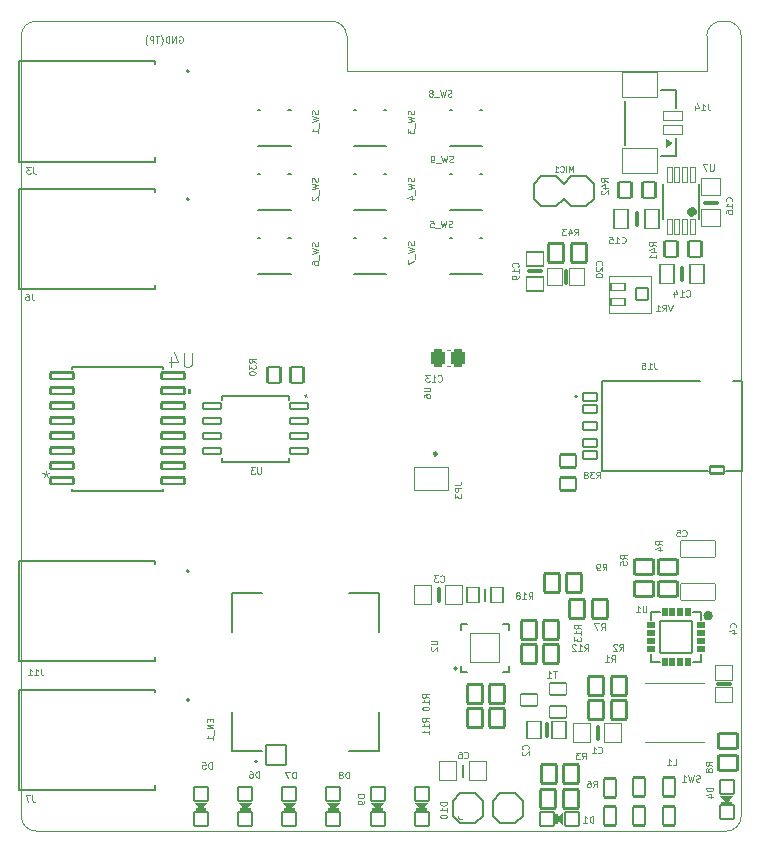
<source format=gbr>
%TF.GenerationSoftware,KiCad,Pcbnew,8.0.1*%
%TF.CreationDate,2025-01-16T17:49:12-07:00*%
%TF.ProjectId,WDM_RevB_v3,57444d5f-5265-4764-925f-76332e6b6963,rev?*%
%TF.SameCoordinates,Original*%
%TF.FileFunction,Legend,Bot*%
%TF.FilePolarity,Positive*%
%FSLAX46Y46*%
G04 Gerber Fmt 4.6, Leading zero omitted, Abs format (unit mm)*
G04 Created by KiCad (PCBNEW 8.0.1) date 2025-01-16 17:49:12*
%MOMM*%
%LPD*%
G01*
G04 APERTURE LIST*
G04 Aperture macros list*
%AMRoundRect*
0 Rectangle with rounded corners*
0 $1 Rounding radius*
0 $2 $3 $4 $5 $6 $7 $8 $9 X,Y pos of 4 corners*
0 Add a 4 corners polygon primitive as box body*
4,1,4,$2,$3,$4,$5,$6,$7,$8,$9,$2,$3,0*
0 Add four circle primitives for the rounded corners*
1,1,$1+$1,$2,$3*
1,1,$1+$1,$4,$5*
1,1,$1+$1,$6,$7*
1,1,$1+$1,$8,$9*
0 Add four rect primitives between the rounded corners*
20,1,$1+$1,$2,$3,$4,$5,0*
20,1,$1+$1,$4,$5,$6,$7,0*
20,1,$1+$1,$6,$7,$8,$9,0*
20,1,$1+$1,$8,$9,$2,$3,0*%
G04 Aperture macros list end*
%ADD10C,0.054864*%
%ADD11C,0.076200*%
%ADD12C,0.121920*%
%ADD13C,0.152400*%
%ADD14C,0.000000*%
%ADD15C,0.127000*%
%ADD16C,0.200000*%
%ADD17C,0.304800*%
%ADD18C,0.203200*%
%ADD19C,0.250000*%
%ADD20C,0.609600*%
%ADD21C,0.120000*%
%ADD22C,0.150000*%
%ADD23C,0.406400*%
%ADD24C,0.101600*%
%ADD25C,0.100000*%
%ADD26RoundRect,0.101600X0.984250X0.279400X-0.984250X0.279400X-0.984250X-0.279400X0.984250X-0.279400X0*%
%ADD27C,2.100000*%
%ADD28C,1.600000*%
%ADD29C,1.803200*%
%ADD30C,1.650000*%
%ADD31RoundRect,0.102000X-0.825000X-0.825000X0.825000X-0.825000X0.825000X0.825000X-0.825000X0.825000X0*%
%ADD32C,1.854000*%
%ADD33O,3.204000X6.204000*%
%ADD34R,1.000000X1.000000*%
%ADD35R,1.701800X0.558800*%
%ADD36RoundRect,0.050800X0.750000X-0.650000X0.750000X0.650000X-0.750000X0.650000X-0.750000X-0.650000X0*%
%ADD37RoundRect,0.050800X0.825000X-0.700000X0.825000X0.700000X-0.825000X0.700000X-0.825000X-0.700000X0*%
%ADD38RoundRect,0.101600X0.749300X0.266700X-0.749300X0.266700X-0.749300X-0.266700X0.749300X-0.266700X0*%
%ADD39RoundRect,0.050800X-0.700000X0.500000X-0.700000X-0.500000X0.700000X-0.500000X0.700000X0.500000X0*%
%ADD40RoundRect,0.101600X-0.650000X-0.800000X0.650000X-0.800000X0.650000X0.800000X-0.650000X0.800000X0*%
%ADD41C,2.082800*%
%ADD42R,0.850000X0.300000*%
%ADD43R,0.300000X0.850000*%
%ADD44R,3.600000X3.600000*%
%ADD45RoundRect,0.050800X-0.600000X-0.600000X0.600000X-0.600000X0.600000X0.600000X-0.600000X0.600000X0*%
%ADD46RoundRect,0.050800X0.800000X-0.400000X0.800000X0.400000X-0.800000X0.400000X-0.800000X-0.400000X0*%
%ADD47RoundRect,0.050800X-1.500000X-1.050000X1.500000X-1.050000X1.500000X1.050000X-1.500000X1.050000X0*%
%ADD48RoundRect,0.050800X0.700000X0.825000X-0.700000X0.825000X-0.700000X-0.825000X0.700000X-0.825000X0*%
%ADD49RoundRect,0.101600X0.650000X0.800000X-0.650000X0.800000X-0.650000X-0.800000X0.650000X-0.800000X0*%
%ADD50RoundRect,0.050800X-0.600000X-0.750000X0.600000X-0.750000X0.600000X0.750000X-0.600000X0.750000X0*%
%ADD51RoundRect,0.050800X0.200000X-0.650000X0.200000X0.650000X-0.200000X0.650000X-0.200000X-0.650000X0*%
%ADD52RoundRect,0.736600X-0.000010X-0.000010X0.000010X-0.000010X0.000010X0.000010X-0.000010X0.000010X0*%
%ADD53RoundRect,0.101600X-0.550000X-0.700000X0.550000X-0.700000X0.550000X0.700000X-0.550000X0.700000X0*%
%ADD54C,1.100000*%
%ADD55RoundRect,0.102000X0.600000X0.350000X-0.600000X0.350000X-0.600000X-0.350000X0.600000X-0.350000X0*%
%ADD56O,2.620000X1.412000*%
%ADD57RoundRect,0.102000X0.604000X0.302000X-0.604000X0.302000X-0.604000X-0.302000X0.604000X-0.302000X0*%
%ADD58RoundRect,0.050800X1.450000X-0.700000X1.450000X0.700000X-1.450000X0.700000X-1.450000X-0.700000X0*%
%ADD59O,2.000000X1.000000*%
%ADD60O,2.204000X1.204000*%
%ADD61RoundRect,0.300768X0.325832X0.490832X-0.325832X0.490832X-0.325832X-0.490832X0.325832X-0.490832X0*%
%ADD62RoundRect,0.300768X-0.325832X-0.490832X0.325832X-0.490832X0.325832X0.490832X-0.325832X0.490832X0*%
%ADD63RoundRect,0.101600X-0.700000X0.550000X-0.700000X-0.550000X0.700000X-0.550000X0.700000X0.550000X0*%
%ADD64RoundRect,0.101600X0.800000X-0.650000X0.800000X0.650000X-0.800000X0.650000X-0.800000X-0.650000X0*%
%ADD65RoundRect,0.050800X0.650000X0.750000X-0.650000X0.750000X-0.650000X-0.750000X0.650000X-0.750000X0*%
%ADD66RoundRect,0.225800X0.350000X0.000010X-0.350000X0.000010X-0.350000X-0.000010X0.350000X-0.000010X0*%
%ADD67RoundRect,0.225800X0.000010X-0.350000X0.000010X0.350000X-0.000010X0.350000X-0.000010X-0.350000X0*%
%ADD68RoundRect,0.225800X-0.350000X-0.000010X0.350000X-0.000010X0.350000X0.000010X-0.350000X0.000010X0*%
%ADD69RoundRect,0.225800X-0.000010X0.350000X-0.000010X-0.350000X0.000010X-0.350000X0.000010X0.350000X0*%
%ADD70C,1.009600*%
%ADD71RoundRect,0.050800X1.350000X1.350000X-1.350000X1.350000X-1.350000X-1.350000X1.350000X-1.350000X0*%
%ADD72RoundRect,0.050800X-0.700000X-0.825000X0.700000X-0.825000X0.700000X0.825000X-0.700000X0.825000X0*%
%ADD73RoundRect,0.050800X-0.600000X-0.825000X0.600000X-0.825000X0.600000X0.825000X-0.600000X0.825000X0*%
%ADD74RoundRect,0.050800X-0.500000X-0.650000X0.500000X-0.650000X0.500000X0.650000X-0.500000X0.650000X0*%
%ADD75R,1.000000X1.500000*%
%ADD76RoundRect,0.050800X0.750000X-0.600000X0.750000X0.600000X-0.750000X0.600000X-0.750000X-0.600000X0*%
%ADD77RoundRect,0.050800X-0.600000X-0.300000X0.600000X-0.300000X0.600000X0.300000X-0.600000X0.300000X0*%
%ADD78RoundRect,0.050800X0.500000X-0.500000X0.500000X0.500000X-0.500000X0.500000X-0.500000X-0.500000X0*%
%ADD79R,2.000000X4.000000*%
%ADD80RoundRect,0.101600X0.550000X0.700000X-0.550000X0.700000X-0.550000X-0.700000X0.550000X-0.700000X0*%
%ADD81RoundRect,0.050800X-1.250000X-1.250000X1.250000X-1.250000X1.250000X1.250000X-1.250000X1.250000X0*%
%ADD82RoundRect,0.050800X0.600000X0.825000X-0.600000X0.825000X-0.600000X-0.825000X0.600000X-0.825000X0*%
%ADD83C,0.900000*%
%ADD84RoundRect,0.101600X-0.500000X-0.800000X0.500000X-0.800000X0.500000X0.800000X-0.500000X0.800000X0*%
%ADD85RoundRect,0.101600X-0.800000X0.650000X-0.800000X-0.650000X0.800000X-0.650000X0.800000X0.650000X0*%
%ADD86RoundRect,0.050800X-0.600000X0.600000X-0.600000X-0.600000X0.600000X-0.600000X0.600000X0.600000X0*%
%TA.AperFunction,Profile*%
%ADD87C,0.100000*%
%TD*%
G04 APERTURE END LIST*
D10*
X99837796Y-46657179D02*
X99890628Y-46630763D01*
X99890628Y-46630763D02*
X99969876Y-46630763D01*
X99969876Y-46630763D02*
X100049124Y-46657179D01*
X100049124Y-46657179D02*
X100101956Y-46710011D01*
X100101956Y-46710011D02*
X100128372Y-46762843D01*
X100128372Y-46762843D02*
X100154788Y-46868507D01*
X100154788Y-46868507D02*
X100154788Y-46947755D01*
X100154788Y-46947755D02*
X100128372Y-47053419D01*
X100128372Y-47053419D02*
X100101956Y-47106251D01*
X100101956Y-47106251D02*
X100049124Y-47159083D01*
X100049124Y-47159083D02*
X99969876Y-47185499D01*
X99969876Y-47185499D02*
X99917044Y-47185499D01*
X99917044Y-47185499D02*
X99837796Y-47159083D01*
X99837796Y-47159083D02*
X99811380Y-47132667D01*
X99811380Y-47132667D02*
X99811380Y-46947755D01*
X99811380Y-46947755D02*
X99917044Y-46947755D01*
X99573636Y-47185499D02*
X99573636Y-46630763D01*
X99573636Y-46630763D02*
X99256644Y-47185499D01*
X99256644Y-47185499D02*
X99256644Y-46630763D01*
X98992484Y-47185499D02*
X98992484Y-46630763D01*
X98992484Y-46630763D02*
X98860404Y-46630763D01*
X98860404Y-46630763D02*
X98781156Y-46657179D01*
X98781156Y-46657179D02*
X98728324Y-46710011D01*
X98728324Y-46710011D02*
X98701908Y-46762843D01*
X98701908Y-46762843D02*
X98675492Y-46868507D01*
X98675492Y-46868507D02*
X98675492Y-46947755D01*
X98675492Y-46947755D02*
X98701908Y-47053419D01*
X98701908Y-47053419D02*
X98728324Y-47106251D01*
X98728324Y-47106251D02*
X98781156Y-47159083D01*
X98781156Y-47159083D02*
X98860404Y-47185499D01*
X98860404Y-47185499D02*
X98992484Y-47185499D01*
X98279252Y-47396827D02*
X98305668Y-47370411D01*
X98305668Y-47370411D02*
X98358500Y-47291163D01*
X98358500Y-47291163D02*
X98384916Y-47238331D01*
X98384916Y-47238331D02*
X98411332Y-47159083D01*
X98411332Y-47159083D02*
X98437748Y-47027003D01*
X98437748Y-47027003D02*
X98437748Y-46921339D01*
X98437748Y-46921339D02*
X98411332Y-46789259D01*
X98411332Y-46789259D02*
X98384916Y-46710011D01*
X98384916Y-46710011D02*
X98358500Y-46657179D01*
X98358500Y-46657179D02*
X98305668Y-46577931D01*
X98305668Y-46577931D02*
X98279252Y-46551515D01*
X98147172Y-46630763D02*
X97830180Y-46630763D01*
X97988676Y-47185499D02*
X97988676Y-46630763D01*
X97645268Y-47185499D02*
X97645268Y-46630763D01*
X97645268Y-46630763D02*
X97433940Y-46630763D01*
X97433940Y-46630763D02*
X97381108Y-46657179D01*
X97381108Y-46657179D02*
X97354692Y-46683595D01*
X97354692Y-46683595D02*
X97328276Y-46736427D01*
X97328276Y-46736427D02*
X97328276Y-46815675D01*
X97328276Y-46815675D02*
X97354692Y-46868507D01*
X97354692Y-46868507D02*
X97381108Y-46894923D01*
X97381108Y-46894923D02*
X97433940Y-46921339D01*
X97433940Y-46921339D02*
X97645268Y-46921339D01*
X97143364Y-47396827D02*
X97116948Y-47370411D01*
X97116948Y-47370411D02*
X97064116Y-47291163D01*
X97064116Y-47291163D02*
X97037700Y-47238331D01*
X97037700Y-47238331D02*
X97011284Y-47159083D01*
X97011284Y-47159083D02*
X96984868Y-47027003D01*
X96984868Y-47027003D02*
X96984868Y-46921339D01*
X96984868Y-46921339D02*
X97011284Y-46789259D01*
X97011284Y-46789259D02*
X97037700Y-46710011D01*
X97037700Y-46710011D02*
X97064116Y-46657179D01*
X97064116Y-46657179D02*
X97116948Y-46577931D01*
X97116948Y-46577931D02*
X97143364Y-46551515D01*
D11*
X100899036Y-73433227D02*
X100899036Y-74399637D01*
X100899036Y-74399637D02*
X100842189Y-74513332D01*
X100842189Y-74513332D02*
X100785341Y-74570180D01*
X100785341Y-74570180D02*
X100671646Y-74627027D01*
X100671646Y-74627027D02*
X100444255Y-74627027D01*
X100444255Y-74627027D02*
X100330560Y-74570180D01*
X100330560Y-74570180D02*
X100273713Y-74513332D01*
X100273713Y-74513332D02*
X100216865Y-74399637D01*
X100216865Y-74399637D02*
X100216865Y-73433227D01*
X99136760Y-73831160D02*
X99136760Y-74627027D01*
X99420998Y-73376380D02*
X99705236Y-74229094D01*
X99705236Y-74229094D02*
X98966217Y-74229094D01*
X88541138Y-83415938D02*
X88541138Y-83700176D01*
X88825376Y-83586481D02*
X88541138Y-83700176D01*
X88541138Y-83700176D02*
X88256899Y-83586481D01*
X88711680Y-83927567D02*
X88541138Y-83700176D01*
X88541138Y-83700176D02*
X88370595Y-83927567D01*
D10*
X102418749Y-104410305D02*
X102418749Y-104595217D01*
X102709325Y-104674465D02*
X102709325Y-104410305D01*
X102709325Y-104410305D02*
X102154589Y-104410305D01*
X102154589Y-104410305D02*
X102154589Y-104674465D01*
X102709325Y-104912209D02*
X102154589Y-104912209D01*
X102154589Y-104912209D02*
X102709325Y-105229201D01*
X102709325Y-105229201D02*
X102154589Y-105229201D01*
X102762157Y-105361281D02*
X102762157Y-105783937D01*
X102709325Y-106206593D02*
X102709325Y-105889601D01*
X102709325Y-106048097D02*
X102154589Y-106048097D01*
X102154589Y-106048097D02*
X102233837Y-105995265D01*
X102233837Y-105995265D02*
X102286669Y-105942433D01*
X102286669Y-105942433D02*
X102313085Y-105889601D01*
X119700909Y-58598865D02*
X119727325Y-58678113D01*
X119727325Y-58678113D02*
X119727325Y-58810193D01*
X119727325Y-58810193D02*
X119700909Y-58863025D01*
X119700909Y-58863025D02*
X119674493Y-58889441D01*
X119674493Y-58889441D02*
X119621661Y-58915857D01*
X119621661Y-58915857D02*
X119568829Y-58915857D01*
X119568829Y-58915857D02*
X119515997Y-58889441D01*
X119515997Y-58889441D02*
X119489581Y-58863025D01*
X119489581Y-58863025D02*
X119463165Y-58810193D01*
X119463165Y-58810193D02*
X119436749Y-58704529D01*
X119436749Y-58704529D02*
X119410333Y-58651697D01*
X119410333Y-58651697D02*
X119383917Y-58625281D01*
X119383917Y-58625281D02*
X119331085Y-58598865D01*
X119331085Y-58598865D02*
X119278253Y-58598865D01*
X119278253Y-58598865D02*
X119225421Y-58625281D01*
X119225421Y-58625281D02*
X119199005Y-58651697D01*
X119199005Y-58651697D02*
X119172589Y-58704529D01*
X119172589Y-58704529D02*
X119172589Y-58836609D01*
X119172589Y-58836609D02*
X119199005Y-58915857D01*
X119172589Y-59100769D02*
X119727325Y-59232849D01*
X119727325Y-59232849D02*
X119331085Y-59338513D01*
X119331085Y-59338513D02*
X119727325Y-59444177D01*
X119727325Y-59444177D02*
X119172589Y-59576257D01*
X119780157Y-59655505D02*
X119780157Y-60078161D01*
X119357501Y-60447985D02*
X119727325Y-60447985D01*
X119146173Y-60315905D02*
X119542413Y-60183825D01*
X119542413Y-60183825D02*
X119542413Y-60527233D01*
X146934372Y-96674963D02*
X146960788Y-96648547D01*
X146960788Y-96648547D02*
X146987204Y-96569299D01*
X146987204Y-96569299D02*
X146987204Y-96516467D01*
X146987204Y-96516467D02*
X146960788Y-96437219D01*
X146960788Y-96437219D02*
X146907956Y-96384387D01*
X146907956Y-96384387D02*
X146855124Y-96357971D01*
X146855124Y-96357971D02*
X146749460Y-96331555D01*
X146749460Y-96331555D02*
X146670212Y-96331555D01*
X146670212Y-96331555D02*
X146564548Y-96357971D01*
X146564548Y-96357971D02*
X146511716Y-96384387D01*
X146511716Y-96384387D02*
X146458884Y-96437219D01*
X146458884Y-96437219D02*
X146432468Y-96516467D01*
X146432468Y-96516467D02*
X146432468Y-96569299D01*
X146432468Y-96569299D02*
X146458884Y-96648547D01*
X146458884Y-96648547D02*
X146485300Y-96674963D01*
X146617380Y-97150451D02*
X146987204Y-97150451D01*
X146406052Y-97018371D02*
X146802292Y-96886291D01*
X146802292Y-96886291D02*
X146802292Y-97229699D01*
X146604172Y-60612043D02*
X146630588Y-60585627D01*
X146630588Y-60585627D02*
X146657004Y-60506379D01*
X146657004Y-60506379D02*
X146657004Y-60453547D01*
X146657004Y-60453547D02*
X146630588Y-60374299D01*
X146630588Y-60374299D02*
X146577756Y-60321467D01*
X146577756Y-60321467D02*
X146524924Y-60295051D01*
X146524924Y-60295051D02*
X146419260Y-60268635D01*
X146419260Y-60268635D02*
X146340012Y-60268635D01*
X146340012Y-60268635D02*
X146234348Y-60295051D01*
X146234348Y-60295051D02*
X146181516Y-60321467D01*
X146181516Y-60321467D02*
X146128684Y-60374299D01*
X146128684Y-60374299D02*
X146102268Y-60453547D01*
X146102268Y-60453547D02*
X146102268Y-60506379D01*
X146102268Y-60506379D02*
X146128684Y-60585627D01*
X146128684Y-60585627D02*
X146155100Y-60612043D01*
X146657004Y-61140363D02*
X146657004Y-60823371D01*
X146657004Y-60981867D02*
X146102268Y-60981867D01*
X146102268Y-60981867D02*
X146181516Y-60929035D01*
X146181516Y-60929035D02*
X146234348Y-60876203D01*
X146234348Y-60876203D02*
X146260764Y-60823371D01*
X146102268Y-61615851D02*
X146102268Y-61510187D01*
X146102268Y-61510187D02*
X146128684Y-61457355D01*
X146128684Y-61457355D02*
X146155100Y-61430939D01*
X146155100Y-61430939D02*
X146234348Y-61378107D01*
X146234348Y-61378107D02*
X146340012Y-61351691D01*
X146340012Y-61351691D02*
X146551340Y-61351691D01*
X146551340Y-61351691D02*
X146604172Y-61378107D01*
X146604172Y-61378107D02*
X146630588Y-61404523D01*
X146630588Y-61404523D02*
X146657004Y-61457355D01*
X146657004Y-61457355D02*
X146657004Y-61563019D01*
X146657004Y-61563019D02*
X146630588Y-61615851D01*
X146630588Y-61615851D02*
X146604172Y-61642267D01*
X146604172Y-61642267D02*
X146551340Y-61668683D01*
X146551340Y-61668683D02*
X146419260Y-61668683D01*
X146419260Y-61668683D02*
X146366428Y-61642267D01*
X146366428Y-61642267D02*
X146340012Y-61615851D01*
X146340012Y-61615851D02*
X146313596Y-61563019D01*
X146313596Y-61563019D02*
X146313596Y-61457355D01*
X146313596Y-61457355D02*
X146340012Y-61404523D01*
X146340012Y-61404523D02*
X146366428Y-61378107D01*
X146366428Y-61378107D02*
X146419260Y-61351691D01*
X106765826Y-83143722D02*
X106765826Y-83592794D01*
X106765826Y-83592794D02*
X106739410Y-83645626D01*
X106739410Y-83645626D02*
X106712994Y-83672042D01*
X106712994Y-83672042D02*
X106660162Y-83698458D01*
X106660162Y-83698458D02*
X106554498Y-83698458D01*
X106554498Y-83698458D02*
X106501666Y-83672042D01*
X106501666Y-83672042D02*
X106475250Y-83645626D01*
X106475250Y-83645626D02*
X106448834Y-83592794D01*
X106448834Y-83592794D02*
X106448834Y-83143722D01*
X106237506Y-83143722D02*
X105894098Y-83143722D01*
X105894098Y-83143722D02*
X106079010Y-83355050D01*
X106079010Y-83355050D02*
X105999762Y-83355050D01*
X105999762Y-83355050D02*
X105946930Y-83381466D01*
X105946930Y-83381466D02*
X105920514Y-83407882D01*
X105920514Y-83407882D02*
X105894098Y-83460714D01*
X105894098Y-83460714D02*
X105894098Y-83592794D01*
X105894098Y-83592794D02*
X105920514Y-83645626D01*
X105920514Y-83645626D02*
X105946930Y-83672042D01*
X105946930Y-83672042D02*
X105999762Y-83698458D01*
X105999762Y-83698458D02*
X106158258Y-83698458D01*
X106158258Y-83698458D02*
X106211090Y-83672042D01*
X106211090Y-83672042D02*
X106237506Y-83645626D01*
X110541028Y-76946122D02*
X110541028Y-77078202D01*
X110673108Y-77025370D02*
X110541028Y-77078202D01*
X110541028Y-77078202D02*
X110408948Y-77025370D01*
X110620276Y-77183866D02*
X110541028Y-77078202D01*
X110541028Y-77078202D02*
X110461780Y-77183866D01*
X131779820Y-100377163D02*
X131462828Y-100377163D01*
X131621324Y-100931899D02*
X131621324Y-100377163D01*
X130987340Y-100931899D02*
X131304332Y-100931899D01*
X131145836Y-100931899D02*
X131145836Y-100377163D01*
X131145836Y-100377163D02*
X131198668Y-100456411D01*
X131198668Y-100456411D02*
X131251500Y-100509243D01*
X131251500Y-100509243D02*
X131304332Y-100535659D01*
X133288580Y-63492299D02*
X133473492Y-63228139D01*
X133605572Y-63492299D02*
X133605572Y-62937563D01*
X133605572Y-62937563D02*
X133394244Y-62937563D01*
X133394244Y-62937563D02*
X133341412Y-62963979D01*
X133341412Y-62963979D02*
X133314996Y-62990395D01*
X133314996Y-62990395D02*
X133288580Y-63043227D01*
X133288580Y-63043227D02*
X133288580Y-63122475D01*
X133288580Y-63122475D02*
X133314996Y-63175307D01*
X133314996Y-63175307D02*
X133341412Y-63201723D01*
X133341412Y-63201723D02*
X133394244Y-63228139D01*
X133394244Y-63228139D02*
X133605572Y-63228139D01*
X132813092Y-63122475D02*
X132813092Y-63492299D01*
X132945172Y-62911147D02*
X133077252Y-63307387D01*
X133077252Y-63307387D02*
X132733844Y-63307387D01*
X132575348Y-62937563D02*
X132231940Y-62937563D01*
X132231940Y-62937563D02*
X132416852Y-63148891D01*
X132416852Y-63148891D02*
X132337604Y-63148891D01*
X132337604Y-63148891D02*
X132284772Y-63175307D01*
X132284772Y-63175307D02*
X132258356Y-63201723D01*
X132258356Y-63201723D02*
X132231940Y-63254555D01*
X132231940Y-63254555D02*
X132231940Y-63386635D01*
X132231940Y-63386635D02*
X132258356Y-63439467D01*
X132258356Y-63439467D02*
X132284772Y-63465883D01*
X132284772Y-63465883D02*
X132337604Y-63492299D01*
X132337604Y-63492299D02*
X132496100Y-63492299D01*
X132496100Y-63492299D02*
X132548932Y-63465883D01*
X132548932Y-63465883D02*
X132575348Y-63439467D01*
X128331494Y-111515522D02*
X128331494Y-111911762D01*
X128331494Y-111911762D02*
X128357910Y-111991010D01*
X128357910Y-111991010D02*
X128410742Y-112043842D01*
X128410742Y-112043842D02*
X128489990Y-112070258D01*
X128489990Y-112070258D02*
X128542822Y-112070258D01*
X127829590Y-111700434D02*
X127829590Y-112070258D01*
X127961670Y-111489106D02*
X128093750Y-111885346D01*
X128093750Y-111885346D02*
X127750342Y-111885346D01*
X120552243Y-76386944D02*
X121001315Y-76386944D01*
X121001315Y-76386944D02*
X121054147Y-76413360D01*
X121054147Y-76413360D02*
X121080563Y-76439776D01*
X121080563Y-76439776D02*
X121106979Y-76492608D01*
X121106979Y-76492608D02*
X121106979Y-76598272D01*
X121106979Y-76598272D02*
X121080563Y-76651104D01*
X121080563Y-76651104D02*
X121054147Y-76677520D01*
X121054147Y-76677520D02*
X121001315Y-76703936D01*
X121001315Y-76703936D02*
X120552243Y-76703936D01*
X120552243Y-77205840D02*
X120552243Y-77100176D01*
X120552243Y-77100176D02*
X120578659Y-77047344D01*
X120578659Y-77047344D02*
X120605075Y-77020928D01*
X120605075Y-77020928D02*
X120684323Y-76968096D01*
X120684323Y-76968096D02*
X120789987Y-76941680D01*
X120789987Y-76941680D02*
X121001315Y-76941680D01*
X121001315Y-76941680D02*
X121054147Y-76968096D01*
X121054147Y-76968096D02*
X121080563Y-76994512D01*
X121080563Y-76994512D02*
X121106979Y-77047344D01*
X121106979Y-77047344D02*
X121106979Y-77153008D01*
X121106979Y-77153008D02*
X121080563Y-77205840D01*
X121080563Y-77205840D02*
X121054147Y-77232256D01*
X121054147Y-77232256D02*
X121001315Y-77258672D01*
X121001315Y-77258672D02*
X120869235Y-77258672D01*
X120869235Y-77258672D02*
X120816403Y-77232256D01*
X120816403Y-77232256D02*
X120789987Y-77205840D01*
X120789987Y-77205840D02*
X120763571Y-77153008D01*
X120763571Y-77153008D02*
X120763571Y-77047344D01*
X120763571Y-77047344D02*
X120789987Y-76994512D01*
X120789987Y-76994512D02*
X120816403Y-76968096D01*
X120816403Y-76968096D02*
X120869235Y-76941680D01*
X122888322Y-51725404D02*
X122809074Y-51751820D01*
X122809074Y-51751820D02*
X122676994Y-51751820D01*
X122676994Y-51751820D02*
X122624162Y-51725404D01*
X122624162Y-51725404D02*
X122597746Y-51698988D01*
X122597746Y-51698988D02*
X122571330Y-51646156D01*
X122571330Y-51646156D02*
X122571330Y-51593324D01*
X122571330Y-51593324D02*
X122597746Y-51540492D01*
X122597746Y-51540492D02*
X122624162Y-51514076D01*
X122624162Y-51514076D02*
X122676994Y-51487660D01*
X122676994Y-51487660D02*
X122782658Y-51461244D01*
X122782658Y-51461244D02*
X122835490Y-51434828D01*
X122835490Y-51434828D02*
X122861906Y-51408412D01*
X122861906Y-51408412D02*
X122888322Y-51355580D01*
X122888322Y-51355580D02*
X122888322Y-51302748D01*
X122888322Y-51302748D02*
X122861906Y-51249916D01*
X122861906Y-51249916D02*
X122835490Y-51223500D01*
X122835490Y-51223500D02*
X122782658Y-51197084D01*
X122782658Y-51197084D02*
X122650578Y-51197084D01*
X122650578Y-51197084D02*
X122571330Y-51223500D01*
X122386418Y-51197084D02*
X122254338Y-51751820D01*
X122254338Y-51751820D02*
X122148674Y-51355580D01*
X122148674Y-51355580D02*
X122043010Y-51751820D01*
X122043010Y-51751820D02*
X121910930Y-51197084D01*
X121831682Y-51804652D02*
X121409026Y-51804652D01*
X121197698Y-51434828D02*
X121250530Y-51408412D01*
X121250530Y-51408412D02*
X121276946Y-51381996D01*
X121276946Y-51381996D02*
X121303362Y-51329164D01*
X121303362Y-51329164D02*
X121303362Y-51302748D01*
X121303362Y-51302748D02*
X121276946Y-51249916D01*
X121276946Y-51249916D02*
X121250530Y-51223500D01*
X121250530Y-51223500D02*
X121197698Y-51197084D01*
X121197698Y-51197084D02*
X121092034Y-51197084D01*
X121092034Y-51197084D02*
X121039202Y-51223500D01*
X121039202Y-51223500D02*
X121012786Y-51249916D01*
X121012786Y-51249916D02*
X120986370Y-51302748D01*
X120986370Y-51302748D02*
X120986370Y-51329164D01*
X120986370Y-51329164D02*
X121012786Y-51381996D01*
X121012786Y-51381996D02*
X121039202Y-51408412D01*
X121039202Y-51408412D02*
X121092034Y-51434828D01*
X121092034Y-51434828D02*
X121197698Y-51434828D01*
X121197698Y-51434828D02*
X121250530Y-51461244D01*
X121250530Y-51461244D02*
X121276946Y-51487660D01*
X121276946Y-51487660D02*
X121303362Y-51540492D01*
X121303362Y-51540492D02*
X121303362Y-51646156D01*
X121303362Y-51646156D02*
X121276946Y-51698988D01*
X121276946Y-51698988D02*
X121250530Y-51725404D01*
X121250530Y-51725404D02*
X121197698Y-51751820D01*
X121197698Y-51751820D02*
X121092034Y-51751820D01*
X121092034Y-51751820D02*
X121039202Y-51725404D01*
X121039202Y-51725404D02*
X121012786Y-51698988D01*
X121012786Y-51698988D02*
X120986370Y-51646156D01*
X120986370Y-51646156D02*
X120986370Y-51540492D01*
X120986370Y-51540492D02*
X121012786Y-51487660D01*
X121012786Y-51487660D02*
X121039202Y-51461244D01*
X121039202Y-51461244D02*
X121092034Y-51434828D01*
X145014058Y-110251774D02*
X144459322Y-110251774D01*
X144459322Y-110251774D02*
X144459322Y-110383854D01*
X144459322Y-110383854D02*
X144485738Y-110463102D01*
X144485738Y-110463102D02*
X144538570Y-110515934D01*
X144538570Y-110515934D02*
X144591402Y-110542350D01*
X144591402Y-110542350D02*
X144697066Y-110568766D01*
X144697066Y-110568766D02*
X144776314Y-110568766D01*
X144776314Y-110568766D02*
X144881978Y-110542350D01*
X144881978Y-110542350D02*
X144934810Y-110515934D01*
X144934810Y-110515934D02*
X144987642Y-110463102D01*
X144987642Y-110463102D02*
X145014058Y-110383854D01*
X145014058Y-110383854D02*
X145014058Y-110251774D01*
X144644234Y-111044254D02*
X145014058Y-111044254D01*
X144432906Y-110912174D02*
X144829146Y-110780094D01*
X144829146Y-110780094D02*
X144829146Y-111123502D01*
X144572276Y-52345763D02*
X144572276Y-52742003D01*
X144572276Y-52742003D02*
X144598692Y-52821251D01*
X144598692Y-52821251D02*
X144651524Y-52874083D01*
X144651524Y-52874083D02*
X144730772Y-52900499D01*
X144730772Y-52900499D02*
X144783604Y-52900499D01*
X144017540Y-52900499D02*
X144334532Y-52900499D01*
X144176036Y-52900499D02*
X144176036Y-52345763D01*
X144176036Y-52345763D02*
X144228868Y-52425011D01*
X144228868Y-52425011D02*
X144281700Y-52477843D01*
X144281700Y-52477843D02*
X144334532Y-52504259D01*
X143542052Y-52530675D02*
X143542052Y-52900499D01*
X143674132Y-52319347D02*
X143806212Y-52715587D01*
X143806212Y-52715587D02*
X143462804Y-52715587D01*
X135328634Y-107279867D02*
X135355050Y-107306283D01*
X135355050Y-107306283D02*
X135434298Y-107332699D01*
X135434298Y-107332699D02*
X135487130Y-107332699D01*
X135487130Y-107332699D02*
X135566378Y-107306283D01*
X135566378Y-107306283D02*
X135619210Y-107253451D01*
X135619210Y-107253451D02*
X135645626Y-107200619D01*
X135645626Y-107200619D02*
X135672042Y-107094955D01*
X135672042Y-107094955D02*
X135672042Y-107015707D01*
X135672042Y-107015707D02*
X135645626Y-106910043D01*
X135645626Y-106910043D02*
X135619210Y-106857211D01*
X135619210Y-106857211D02*
X135566378Y-106804379D01*
X135566378Y-106804379D02*
X135487130Y-106777963D01*
X135487130Y-106777963D02*
X135434298Y-106777963D01*
X135434298Y-106777963D02*
X135355050Y-106804379D01*
X135355050Y-106804379D02*
X135328634Y-106830795D01*
X134800314Y-107332699D02*
X135117306Y-107332699D01*
X134958810Y-107332699D02*
X134958810Y-106777963D01*
X134958810Y-106777963D02*
X135011642Y-106857211D01*
X135011642Y-106857211D02*
X135064474Y-106910043D01*
X135064474Y-106910043D02*
X135117306Y-106936459D01*
X133838058Y-96801966D02*
X133573898Y-96617054D01*
X133838058Y-96484974D02*
X133283322Y-96484974D01*
X133283322Y-96484974D02*
X133283322Y-96696302D01*
X133283322Y-96696302D02*
X133309738Y-96749134D01*
X133309738Y-96749134D02*
X133336154Y-96775550D01*
X133336154Y-96775550D02*
X133388986Y-96801966D01*
X133388986Y-96801966D02*
X133468234Y-96801966D01*
X133468234Y-96801966D02*
X133521066Y-96775550D01*
X133521066Y-96775550D02*
X133547482Y-96749134D01*
X133547482Y-96749134D02*
X133573898Y-96696302D01*
X133573898Y-96696302D02*
X133573898Y-96484974D01*
X133838058Y-97330286D02*
X133838058Y-97013294D01*
X133838058Y-97171790D02*
X133283322Y-97171790D01*
X133283322Y-97171790D02*
X133362570Y-97118958D01*
X133362570Y-97118958D02*
X133415402Y-97066126D01*
X133415402Y-97066126D02*
X133441818Y-97013294D01*
X133283322Y-97515198D02*
X133283322Y-97858606D01*
X133283322Y-97858606D02*
X133494650Y-97673694D01*
X133494650Y-97673694D02*
X133494650Y-97752942D01*
X133494650Y-97752942D02*
X133521066Y-97805774D01*
X133521066Y-97805774D02*
X133547482Y-97832190D01*
X133547482Y-97832190D02*
X133600314Y-97858606D01*
X133600314Y-97858606D02*
X133732394Y-97858606D01*
X133732394Y-97858606D02*
X133785226Y-97832190D01*
X133785226Y-97832190D02*
X133811642Y-97805774D01*
X133811642Y-97805774D02*
X133838058Y-97752942D01*
X133838058Y-97752942D02*
X133838058Y-97594446D01*
X133838058Y-97594446D02*
X133811642Y-97541614D01*
X133811642Y-97541614D02*
X133785226Y-97515198D01*
X115491204Y-110822815D02*
X114936468Y-110822815D01*
X114936468Y-110822815D02*
X114936468Y-110954895D01*
X114936468Y-110954895D02*
X114962884Y-111034143D01*
X114962884Y-111034143D02*
X115015716Y-111086975D01*
X115015716Y-111086975D02*
X115068548Y-111113391D01*
X115068548Y-111113391D02*
X115174212Y-111139807D01*
X115174212Y-111139807D02*
X115253460Y-111139807D01*
X115253460Y-111139807D02*
X115359124Y-111113391D01*
X115359124Y-111113391D02*
X115411956Y-111086975D01*
X115411956Y-111086975D02*
X115464788Y-111034143D01*
X115464788Y-111034143D02*
X115491204Y-110954895D01*
X115491204Y-110954895D02*
X115491204Y-110822815D01*
X115491204Y-111403967D02*
X115491204Y-111509631D01*
X115491204Y-111509631D02*
X115464788Y-111562463D01*
X115464788Y-111562463D02*
X115438372Y-111588879D01*
X115438372Y-111588879D02*
X115359124Y-111641711D01*
X115359124Y-111641711D02*
X115253460Y-111668127D01*
X115253460Y-111668127D02*
X115042132Y-111668127D01*
X115042132Y-111668127D02*
X114989300Y-111641711D01*
X114989300Y-111641711D02*
X114962884Y-111615295D01*
X114962884Y-111615295D02*
X114936468Y-111562463D01*
X114936468Y-111562463D02*
X114936468Y-111456799D01*
X114936468Y-111456799D02*
X114962884Y-111403967D01*
X114962884Y-111403967D02*
X114989300Y-111377551D01*
X114989300Y-111377551D02*
X115042132Y-111351135D01*
X115042132Y-111351135D02*
X115174212Y-111351135D01*
X115174212Y-111351135D02*
X115227044Y-111377551D01*
X115227044Y-111377551D02*
X115253460Y-111403967D01*
X115253460Y-111403967D02*
X115279876Y-111456799D01*
X115279876Y-111456799D02*
X115279876Y-111562463D01*
X115279876Y-111562463D02*
X115253460Y-111615295D01*
X115253460Y-111615295D02*
X115227044Y-111641711D01*
X115227044Y-111641711D02*
X115174212Y-111668127D01*
X129365626Y-106975122D02*
X129392042Y-106948706D01*
X129392042Y-106948706D02*
X129418458Y-106869458D01*
X129418458Y-106869458D02*
X129418458Y-106816626D01*
X129418458Y-106816626D02*
X129392042Y-106737378D01*
X129392042Y-106737378D02*
X129339210Y-106684546D01*
X129339210Y-106684546D02*
X129286378Y-106658130D01*
X129286378Y-106658130D02*
X129180714Y-106631714D01*
X129180714Y-106631714D02*
X129101466Y-106631714D01*
X129101466Y-106631714D02*
X128995802Y-106658130D01*
X128995802Y-106658130D02*
X128942970Y-106684546D01*
X128942970Y-106684546D02*
X128890138Y-106737378D01*
X128890138Y-106737378D02*
X128863722Y-106816626D01*
X128863722Y-106816626D02*
X128863722Y-106869458D01*
X128863722Y-106869458D02*
X128890138Y-106948706D01*
X128890138Y-106948706D02*
X128916554Y-106975122D01*
X128916554Y-107186450D02*
X128890138Y-107212866D01*
X128890138Y-107212866D02*
X128863722Y-107265698D01*
X128863722Y-107265698D02*
X128863722Y-107397778D01*
X128863722Y-107397778D02*
X128890138Y-107450610D01*
X128890138Y-107450610D02*
X128916554Y-107477026D01*
X128916554Y-107477026D02*
X128969386Y-107503442D01*
X128969386Y-107503442D02*
X129022218Y-107503442D01*
X129022218Y-107503442D02*
X129101466Y-107477026D01*
X129101466Y-107477026D02*
X129418458Y-107160034D01*
X129418458Y-107160034D02*
X129418458Y-107503442D01*
X145074232Y-57476563D02*
X145074232Y-57925635D01*
X145074232Y-57925635D02*
X145047816Y-57978467D01*
X145047816Y-57978467D02*
X145021400Y-58004883D01*
X145021400Y-58004883D02*
X144968568Y-58031299D01*
X144968568Y-58031299D02*
X144862904Y-58031299D01*
X144862904Y-58031299D02*
X144810072Y-58004883D01*
X144810072Y-58004883D02*
X144783656Y-57978467D01*
X144783656Y-57978467D02*
X144757240Y-57925635D01*
X144757240Y-57925635D02*
X144757240Y-57476563D01*
X144545912Y-57476563D02*
X144176088Y-57476563D01*
X144176088Y-57476563D02*
X144413832Y-58031299D01*
X106605372Y-109415499D02*
X106605372Y-108860763D01*
X106605372Y-108860763D02*
X106473292Y-108860763D01*
X106473292Y-108860763D02*
X106394044Y-108887179D01*
X106394044Y-108887179D02*
X106341212Y-108940011D01*
X106341212Y-108940011D02*
X106314796Y-108992843D01*
X106314796Y-108992843D02*
X106288380Y-109098507D01*
X106288380Y-109098507D02*
X106288380Y-109177755D01*
X106288380Y-109177755D02*
X106314796Y-109283419D01*
X106314796Y-109283419D02*
X106341212Y-109336251D01*
X106341212Y-109336251D02*
X106394044Y-109389083D01*
X106394044Y-109389083D02*
X106473292Y-109415499D01*
X106473292Y-109415499D02*
X106605372Y-109415499D01*
X105812892Y-108860763D02*
X105918556Y-108860763D01*
X105918556Y-108860763D02*
X105971388Y-108887179D01*
X105971388Y-108887179D02*
X105997804Y-108913595D01*
X105997804Y-108913595D02*
X106050636Y-108992843D01*
X106050636Y-108992843D02*
X106077052Y-109098507D01*
X106077052Y-109098507D02*
X106077052Y-109309835D01*
X106077052Y-109309835D02*
X106050636Y-109362667D01*
X106050636Y-109362667D02*
X106024220Y-109389083D01*
X106024220Y-109389083D02*
X105971388Y-109415499D01*
X105971388Y-109415499D02*
X105865724Y-109415499D01*
X105865724Y-109415499D02*
X105812892Y-109389083D01*
X105812892Y-109389083D02*
X105786476Y-109362667D01*
X105786476Y-109362667D02*
X105760060Y-109309835D01*
X105760060Y-109309835D02*
X105760060Y-109177755D01*
X105760060Y-109177755D02*
X105786476Y-109124923D01*
X105786476Y-109124923D02*
X105812892Y-109098507D01*
X105812892Y-109098507D02*
X105865724Y-109072091D01*
X105865724Y-109072091D02*
X105971388Y-109072091D01*
X105971388Y-109072091D02*
X106024220Y-109098507D01*
X106024220Y-109098507D02*
X106050636Y-109124923D01*
X106050636Y-109124923D02*
X106077052Y-109177755D01*
X140176699Y-64384402D02*
X139912539Y-64199490D01*
X140176699Y-64067410D02*
X139621963Y-64067410D01*
X139621963Y-64067410D02*
X139621963Y-64278738D01*
X139621963Y-64278738D02*
X139648379Y-64331570D01*
X139648379Y-64331570D02*
X139674795Y-64357986D01*
X139674795Y-64357986D02*
X139727627Y-64384402D01*
X139727627Y-64384402D02*
X139806875Y-64384402D01*
X139806875Y-64384402D02*
X139859707Y-64357986D01*
X139859707Y-64357986D02*
X139886123Y-64331570D01*
X139886123Y-64331570D02*
X139912539Y-64278738D01*
X139912539Y-64278738D02*
X139912539Y-64067410D01*
X139806875Y-64859890D02*
X140176699Y-64859890D01*
X139595547Y-64727810D02*
X139991787Y-64595730D01*
X139991787Y-64595730D02*
X139991787Y-64939138D01*
X140176699Y-65441042D02*
X140176699Y-65124050D01*
X140176699Y-65282546D02*
X139621963Y-65282546D01*
X139621963Y-65282546D02*
X139701211Y-65229714D01*
X139701211Y-65229714D02*
X139754043Y-65176882D01*
X139754043Y-65176882D02*
X139780459Y-65124050D01*
X106296404Y-74259007D02*
X106032244Y-74074095D01*
X106296404Y-73942015D02*
X105741668Y-73942015D01*
X105741668Y-73942015D02*
X105741668Y-74153343D01*
X105741668Y-74153343D02*
X105768084Y-74206175D01*
X105768084Y-74206175D02*
X105794500Y-74232591D01*
X105794500Y-74232591D02*
X105847332Y-74259007D01*
X105847332Y-74259007D02*
X105926580Y-74259007D01*
X105926580Y-74259007D02*
X105979412Y-74232591D01*
X105979412Y-74232591D02*
X106005828Y-74206175D01*
X106005828Y-74206175D02*
X106032244Y-74153343D01*
X106032244Y-74153343D02*
X106032244Y-73942015D01*
X105741668Y-74443919D02*
X105741668Y-74787327D01*
X105741668Y-74787327D02*
X105952996Y-74602415D01*
X105952996Y-74602415D02*
X105952996Y-74681663D01*
X105952996Y-74681663D02*
X105979412Y-74734495D01*
X105979412Y-74734495D02*
X106005828Y-74760911D01*
X106005828Y-74760911D02*
X106058660Y-74787327D01*
X106058660Y-74787327D02*
X106190740Y-74787327D01*
X106190740Y-74787327D02*
X106243572Y-74760911D01*
X106243572Y-74760911D02*
X106269988Y-74734495D01*
X106269988Y-74734495D02*
X106296404Y-74681663D01*
X106296404Y-74681663D02*
X106296404Y-74523167D01*
X106296404Y-74523167D02*
X106269988Y-74470335D01*
X106269988Y-74470335D02*
X106243572Y-74443919D01*
X105741668Y-75130735D02*
X105741668Y-75183567D01*
X105741668Y-75183567D02*
X105768084Y-75236399D01*
X105768084Y-75236399D02*
X105794500Y-75262815D01*
X105794500Y-75262815D02*
X105847332Y-75289231D01*
X105847332Y-75289231D02*
X105952996Y-75315647D01*
X105952996Y-75315647D02*
X106085076Y-75315647D01*
X106085076Y-75315647D02*
X106190740Y-75289231D01*
X106190740Y-75289231D02*
X106243572Y-75262815D01*
X106243572Y-75262815D02*
X106269988Y-75236399D01*
X106269988Y-75236399D02*
X106296404Y-75183567D01*
X106296404Y-75183567D02*
X106296404Y-75130735D01*
X106296404Y-75130735D02*
X106269988Y-75077903D01*
X106269988Y-75077903D02*
X106243572Y-75051487D01*
X106243572Y-75051487D02*
X106190740Y-75025071D01*
X106190740Y-75025071D02*
X106085076Y-74998655D01*
X106085076Y-74998655D02*
X105952996Y-74998655D01*
X105952996Y-74998655D02*
X105847332Y-75025071D01*
X105847332Y-75025071D02*
X105794500Y-75051487D01*
X105794500Y-75051487D02*
X105768084Y-75077903D01*
X105768084Y-75077903D02*
X105741668Y-75130735D01*
X102592172Y-108653499D02*
X102592172Y-108098763D01*
X102592172Y-108098763D02*
X102460092Y-108098763D01*
X102460092Y-108098763D02*
X102380844Y-108125179D01*
X102380844Y-108125179D02*
X102328012Y-108178011D01*
X102328012Y-108178011D02*
X102301596Y-108230843D01*
X102301596Y-108230843D02*
X102275180Y-108336507D01*
X102275180Y-108336507D02*
X102275180Y-108415755D01*
X102275180Y-108415755D02*
X102301596Y-108521419D01*
X102301596Y-108521419D02*
X102328012Y-108574251D01*
X102328012Y-108574251D02*
X102380844Y-108627083D01*
X102380844Y-108627083D02*
X102460092Y-108653499D01*
X102460092Y-108653499D02*
X102592172Y-108653499D01*
X101773276Y-108098763D02*
X102037436Y-108098763D01*
X102037436Y-108098763D02*
X102063852Y-108362923D01*
X102063852Y-108362923D02*
X102037436Y-108336507D01*
X102037436Y-108336507D02*
X101984604Y-108310091D01*
X101984604Y-108310091D02*
X101852524Y-108310091D01*
X101852524Y-108310091D02*
X101799692Y-108336507D01*
X101799692Y-108336507D02*
X101773276Y-108362923D01*
X101773276Y-108362923D02*
X101746860Y-108415755D01*
X101746860Y-108415755D02*
X101746860Y-108547835D01*
X101746860Y-108547835D02*
X101773276Y-108600667D01*
X101773276Y-108600667D02*
X101799692Y-108627083D01*
X101799692Y-108627083D02*
X101852524Y-108653499D01*
X101852524Y-108653499D02*
X101984604Y-108653499D01*
X101984604Y-108653499D02*
X102037436Y-108627083D01*
X102037436Y-108627083D02*
X102063852Y-108600667D01*
X140064818Y-74260284D02*
X140064818Y-74656524D01*
X140064818Y-74656524D02*
X140091234Y-74735772D01*
X140091234Y-74735772D02*
X140144066Y-74788604D01*
X140144066Y-74788604D02*
X140223314Y-74815020D01*
X140223314Y-74815020D02*
X140276146Y-74815020D01*
X139510082Y-74815020D02*
X139827074Y-74815020D01*
X139668578Y-74815020D02*
X139668578Y-74260284D01*
X139668578Y-74260284D02*
X139721410Y-74339532D01*
X139721410Y-74339532D02*
X139774242Y-74392364D01*
X139774242Y-74392364D02*
X139827074Y-74418780D01*
X139008178Y-74260284D02*
X139272338Y-74260284D01*
X139272338Y-74260284D02*
X139298754Y-74524444D01*
X139298754Y-74524444D02*
X139272338Y-74498028D01*
X139272338Y-74498028D02*
X139219506Y-74471612D01*
X139219506Y-74471612D02*
X139087426Y-74471612D01*
X139087426Y-74471612D02*
X139034594Y-74498028D01*
X139034594Y-74498028D02*
X139008178Y-74524444D01*
X139008178Y-74524444D02*
X138981762Y-74577276D01*
X138981762Y-74577276D02*
X138981762Y-74709356D01*
X138981762Y-74709356D02*
X139008178Y-74762188D01*
X139008178Y-74762188D02*
X139034594Y-74788604D01*
X139034594Y-74788604D02*
X139087426Y-74815020D01*
X139087426Y-74815020D02*
X139219506Y-74815020D01*
X139219506Y-74815020D02*
X139272338Y-74788604D01*
X139272338Y-74788604D02*
X139298754Y-74762188D01*
X136412780Y-99611099D02*
X136597692Y-99346939D01*
X136729772Y-99611099D02*
X136729772Y-99056363D01*
X136729772Y-99056363D02*
X136518444Y-99056363D01*
X136518444Y-99056363D02*
X136465612Y-99082779D01*
X136465612Y-99082779D02*
X136439196Y-99109195D01*
X136439196Y-99109195D02*
X136412780Y-99162027D01*
X136412780Y-99162027D02*
X136412780Y-99241275D01*
X136412780Y-99241275D02*
X136439196Y-99294107D01*
X136439196Y-99294107D02*
X136465612Y-99320523D01*
X136465612Y-99320523D02*
X136518444Y-99346939D01*
X136518444Y-99346939D02*
X136729772Y-99346939D01*
X135884460Y-99611099D02*
X136201452Y-99611099D01*
X136042956Y-99611099D02*
X136042956Y-99056363D01*
X136042956Y-99056363D02*
X136095788Y-99135611D01*
X136095788Y-99135611D02*
X136148620Y-99188443D01*
X136148620Y-99188443D02*
X136201452Y-99214859D01*
X142444824Y-88929708D02*
X142471240Y-88956124D01*
X142471240Y-88956124D02*
X142550488Y-88982540D01*
X142550488Y-88982540D02*
X142603320Y-88982540D01*
X142603320Y-88982540D02*
X142682568Y-88956124D01*
X142682568Y-88956124D02*
X142735400Y-88903292D01*
X142735400Y-88903292D02*
X142761816Y-88850460D01*
X142761816Y-88850460D02*
X142788232Y-88744796D01*
X142788232Y-88744796D02*
X142788232Y-88665548D01*
X142788232Y-88665548D02*
X142761816Y-88559884D01*
X142761816Y-88559884D02*
X142735400Y-88507052D01*
X142735400Y-88507052D02*
X142682568Y-88454220D01*
X142682568Y-88454220D02*
X142603320Y-88427804D01*
X142603320Y-88427804D02*
X142550488Y-88427804D01*
X142550488Y-88427804D02*
X142471240Y-88454220D01*
X142471240Y-88454220D02*
X142444824Y-88480636D01*
X141942920Y-88427804D02*
X142207080Y-88427804D01*
X142207080Y-88427804D02*
X142233496Y-88691964D01*
X142233496Y-88691964D02*
X142207080Y-88665548D01*
X142207080Y-88665548D02*
X142154248Y-88639132D01*
X142154248Y-88639132D02*
X142022168Y-88639132D01*
X142022168Y-88639132D02*
X141969336Y-88665548D01*
X141969336Y-88665548D02*
X141942920Y-88691964D01*
X141942920Y-88691964D02*
X141916504Y-88744796D01*
X141916504Y-88744796D02*
X141916504Y-88876876D01*
X141916504Y-88876876D02*
X141942920Y-88929708D01*
X141942920Y-88929708D02*
X141969336Y-88956124D01*
X141969336Y-88956124D02*
X142022168Y-88982540D01*
X142022168Y-88982540D02*
X142154248Y-88982540D01*
X142154248Y-88982540D02*
X142207080Y-88956124D01*
X142207080Y-88956124D02*
X142233496Y-88929708D01*
X109704172Y-109466299D02*
X109704172Y-108911563D01*
X109704172Y-108911563D02*
X109572092Y-108911563D01*
X109572092Y-108911563D02*
X109492844Y-108937979D01*
X109492844Y-108937979D02*
X109440012Y-108990811D01*
X109440012Y-108990811D02*
X109413596Y-109043643D01*
X109413596Y-109043643D02*
X109387180Y-109149307D01*
X109387180Y-109149307D02*
X109387180Y-109228555D01*
X109387180Y-109228555D02*
X109413596Y-109334219D01*
X109413596Y-109334219D02*
X109440012Y-109387051D01*
X109440012Y-109387051D02*
X109492844Y-109439883D01*
X109492844Y-109439883D02*
X109572092Y-109466299D01*
X109572092Y-109466299D02*
X109704172Y-109466299D01*
X109202268Y-108911563D02*
X108832444Y-108911563D01*
X108832444Y-108911563D02*
X109070188Y-109466299D01*
X88129872Y-100181443D02*
X88129872Y-100577683D01*
X88129872Y-100577683D02*
X88156288Y-100656931D01*
X88156288Y-100656931D02*
X88209120Y-100709763D01*
X88209120Y-100709763D02*
X88288368Y-100736179D01*
X88288368Y-100736179D02*
X88341200Y-100736179D01*
X87575136Y-100736179D02*
X87892128Y-100736179D01*
X87733632Y-100736179D02*
X87733632Y-100181443D01*
X87733632Y-100181443D02*
X87786464Y-100260691D01*
X87786464Y-100260691D02*
X87839296Y-100313523D01*
X87839296Y-100313523D02*
X87892128Y-100339939D01*
X87046816Y-100736179D02*
X87363808Y-100736179D01*
X87205312Y-100736179D02*
X87205312Y-100181443D01*
X87205312Y-100181443D02*
X87258144Y-100260691D01*
X87258144Y-100260691D02*
X87310976Y-100313523D01*
X87310976Y-100313523D02*
X87363808Y-100339939D01*
X121739634Y-75823308D02*
X121766050Y-75849724D01*
X121766050Y-75849724D02*
X121845298Y-75876140D01*
X121845298Y-75876140D02*
X121898130Y-75876140D01*
X121898130Y-75876140D02*
X121977378Y-75849724D01*
X121977378Y-75849724D02*
X122030210Y-75796892D01*
X122030210Y-75796892D02*
X122056626Y-75744060D01*
X122056626Y-75744060D02*
X122083042Y-75638396D01*
X122083042Y-75638396D02*
X122083042Y-75559148D01*
X122083042Y-75559148D02*
X122056626Y-75453484D01*
X122056626Y-75453484D02*
X122030210Y-75400652D01*
X122030210Y-75400652D02*
X121977378Y-75347820D01*
X121977378Y-75347820D02*
X121898130Y-75321404D01*
X121898130Y-75321404D02*
X121845298Y-75321404D01*
X121845298Y-75321404D02*
X121766050Y-75347820D01*
X121766050Y-75347820D02*
X121739634Y-75374236D01*
X121211314Y-75876140D02*
X121528306Y-75876140D01*
X121369810Y-75876140D02*
X121369810Y-75321404D01*
X121369810Y-75321404D02*
X121422642Y-75400652D01*
X121422642Y-75400652D02*
X121475474Y-75453484D01*
X121475474Y-75453484D02*
X121528306Y-75479900D01*
X121026402Y-75321404D02*
X120682994Y-75321404D01*
X120682994Y-75321404D02*
X120867906Y-75532732D01*
X120867906Y-75532732D02*
X120788658Y-75532732D01*
X120788658Y-75532732D02*
X120735826Y-75559148D01*
X120735826Y-75559148D02*
X120709410Y-75585564D01*
X120709410Y-75585564D02*
X120682994Y-75638396D01*
X120682994Y-75638396D02*
X120682994Y-75770476D01*
X120682994Y-75770476D02*
X120709410Y-75823308D01*
X120709410Y-75823308D02*
X120735826Y-75849724D01*
X120735826Y-75849724D02*
X120788658Y-75876140D01*
X120788658Y-75876140D02*
X120947154Y-75876140D01*
X120947154Y-75876140D02*
X120999986Y-75849724D01*
X120999986Y-75849724D02*
X121026402Y-75823308D01*
X135161834Y-84057299D02*
X135346746Y-83793139D01*
X135478826Y-84057299D02*
X135478826Y-83502563D01*
X135478826Y-83502563D02*
X135267498Y-83502563D01*
X135267498Y-83502563D02*
X135214666Y-83528979D01*
X135214666Y-83528979D02*
X135188250Y-83555395D01*
X135188250Y-83555395D02*
X135161834Y-83608227D01*
X135161834Y-83608227D02*
X135161834Y-83687475D01*
X135161834Y-83687475D02*
X135188250Y-83740307D01*
X135188250Y-83740307D02*
X135214666Y-83766723D01*
X135214666Y-83766723D02*
X135267498Y-83793139D01*
X135267498Y-83793139D02*
X135478826Y-83793139D01*
X134976922Y-83502563D02*
X134633514Y-83502563D01*
X134633514Y-83502563D02*
X134818426Y-83713891D01*
X134818426Y-83713891D02*
X134739178Y-83713891D01*
X134739178Y-83713891D02*
X134686346Y-83740307D01*
X134686346Y-83740307D02*
X134659930Y-83766723D01*
X134659930Y-83766723D02*
X134633514Y-83819555D01*
X134633514Y-83819555D02*
X134633514Y-83951635D01*
X134633514Y-83951635D02*
X134659930Y-84004467D01*
X134659930Y-84004467D02*
X134686346Y-84030883D01*
X134686346Y-84030883D02*
X134739178Y-84057299D01*
X134739178Y-84057299D02*
X134897674Y-84057299D01*
X134897674Y-84057299D02*
X134950506Y-84030883D01*
X134950506Y-84030883D02*
X134976922Y-84004467D01*
X134316522Y-83740307D02*
X134369354Y-83713891D01*
X134369354Y-83713891D02*
X134395770Y-83687475D01*
X134395770Y-83687475D02*
X134422186Y-83634643D01*
X134422186Y-83634643D02*
X134422186Y-83608227D01*
X134422186Y-83608227D02*
X134395770Y-83555395D01*
X134395770Y-83555395D02*
X134369354Y-83528979D01*
X134369354Y-83528979D02*
X134316522Y-83502563D01*
X134316522Y-83502563D02*
X134210858Y-83502563D01*
X134210858Y-83502563D02*
X134158026Y-83528979D01*
X134158026Y-83528979D02*
X134131610Y-83555395D01*
X134131610Y-83555395D02*
X134105194Y-83608227D01*
X134105194Y-83608227D02*
X134105194Y-83634643D01*
X134105194Y-83634643D02*
X134131610Y-83687475D01*
X134131610Y-83687475D02*
X134158026Y-83713891D01*
X134158026Y-83713891D02*
X134210858Y-83740307D01*
X134210858Y-83740307D02*
X134316522Y-83740307D01*
X134316522Y-83740307D02*
X134369354Y-83766723D01*
X134369354Y-83766723D02*
X134395770Y-83793139D01*
X134395770Y-83793139D02*
X134422186Y-83845971D01*
X134422186Y-83845971D02*
X134422186Y-83951635D01*
X134422186Y-83951635D02*
X134395770Y-84004467D01*
X134395770Y-84004467D02*
X134369354Y-84030883D01*
X134369354Y-84030883D02*
X134316522Y-84057299D01*
X134316522Y-84057299D02*
X134210858Y-84057299D01*
X134210858Y-84057299D02*
X134158026Y-84030883D01*
X134158026Y-84030883D02*
X134131610Y-84004467D01*
X134131610Y-84004467D02*
X134105194Y-83951635D01*
X134105194Y-83951635D02*
X134105194Y-83845971D01*
X134105194Y-83845971D02*
X134131610Y-83793139D01*
X134131610Y-83793139D02*
X134158026Y-83766723D01*
X134158026Y-83766723D02*
X134210858Y-83740307D01*
X123974834Y-107699426D02*
X124001250Y-107725842D01*
X124001250Y-107725842D02*
X124080498Y-107752258D01*
X124080498Y-107752258D02*
X124133330Y-107752258D01*
X124133330Y-107752258D02*
X124212578Y-107725842D01*
X124212578Y-107725842D02*
X124265410Y-107673010D01*
X124265410Y-107673010D02*
X124291826Y-107620178D01*
X124291826Y-107620178D02*
X124318242Y-107514514D01*
X124318242Y-107514514D02*
X124318242Y-107435266D01*
X124318242Y-107435266D02*
X124291826Y-107329602D01*
X124291826Y-107329602D02*
X124265410Y-107276770D01*
X124265410Y-107276770D02*
X124212578Y-107223938D01*
X124212578Y-107223938D02*
X124133330Y-107197522D01*
X124133330Y-107197522D02*
X124080498Y-107197522D01*
X124080498Y-107197522D02*
X124001250Y-107223938D01*
X124001250Y-107223938D02*
X123974834Y-107250354D01*
X123499346Y-107197522D02*
X123605010Y-107197522D01*
X123605010Y-107197522D02*
X123657842Y-107223938D01*
X123657842Y-107223938D02*
X123684258Y-107250354D01*
X123684258Y-107250354D02*
X123737090Y-107329602D01*
X123737090Y-107329602D02*
X123763506Y-107435266D01*
X123763506Y-107435266D02*
X123763506Y-107646594D01*
X123763506Y-107646594D02*
X123737090Y-107699426D01*
X123737090Y-107699426D02*
X123710674Y-107725842D01*
X123710674Y-107725842D02*
X123657842Y-107752258D01*
X123657842Y-107752258D02*
X123552178Y-107752258D01*
X123552178Y-107752258D02*
X123499346Y-107725842D01*
X123499346Y-107725842D02*
X123472930Y-107699426D01*
X123472930Y-107699426D02*
X123446514Y-107646594D01*
X123446514Y-107646594D02*
X123446514Y-107514514D01*
X123446514Y-107514514D02*
X123472930Y-107461682D01*
X123472930Y-107461682D02*
X123499346Y-107435266D01*
X123499346Y-107435266D02*
X123552178Y-107408850D01*
X123552178Y-107408850D02*
X123657842Y-107408850D01*
X123657842Y-107408850D02*
X123710674Y-107435266D01*
X123710674Y-107435266D02*
X123737090Y-107461682D01*
X123737090Y-107461682D02*
X123763506Y-107514514D01*
X122964522Y-62774404D02*
X122885274Y-62800820D01*
X122885274Y-62800820D02*
X122753194Y-62800820D01*
X122753194Y-62800820D02*
X122700362Y-62774404D01*
X122700362Y-62774404D02*
X122673946Y-62747988D01*
X122673946Y-62747988D02*
X122647530Y-62695156D01*
X122647530Y-62695156D02*
X122647530Y-62642324D01*
X122647530Y-62642324D02*
X122673946Y-62589492D01*
X122673946Y-62589492D02*
X122700362Y-62563076D01*
X122700362Y-62563076D02*
X122753194Y-62536660D01*
X122753194Y-62536660D02*
X122858858Y-62510244D01*
X122858858Y-62510244D02*
X122911690Y-62483828D01*
X122911690Y-62483828D02*
X122938106Y-62457412D01*
X122938106Y-62457412D02*
X122964522Y-62404580D01*
X122964522Y-62404580D02*
X122964522Y-62351748D01*
X122964522Y-62351748D02*
X122938106Y-62298916D01*
X122938106Y-62298916D02*
X122911690Y-62272500D01*
X122911690Y-62272500D02*
X122858858Y-62246084D01*
X122858858Y-62246084D02*
X122726778Y-62246084D01*
X122726778Y-62246084D02*
X122647530Y-62272500D01*
X122462618Y-62246084D02*
X122330538Y-62800820D01*
X122330538Y-62800820D02*
X122224874Y-62404580D01*
X122224874Y-62404580D02*
X122119210Y-62800820D01*
X122119210Y-62800820D02*
X121987130Y-62246084D01*
X121907882Y-62853652D02*
X121485226Y-62853652D01*
X121088986Y-62246084D02*
X121353146Y-62246084D01*
X121353146Y-62246084D02*
X121379562Y-62510244D01*
X121379562Y-62510244D02*
X121353146Y-62483828D01*
X121353146Y-62483828D02*
X121300314Y-62457412D01*
X121300314Y-62457412D02*
X121168234Y-62457412D01*
X121168234Y-62457412D02*
X121115402Y-62483828D01*
X121115402Y-62483828D02*
X121088986Y-62510244D01*
X121088986Y-62510244D02*
X121062570Y-62563076D01*
X121062570Y-62563076D02*
X121062570Y-62695156D01*
X121062570Y-62695156D02*
X121088986Y-62747988D01*
X121088986Y-62747988D02*
X121115402Y-62774404D01*
X121115402Y-62774404D02*
X121168234Y-62800820D01*
X121168234Y-62800820D02*
X121300314Y-62800820D01*
X121300314Y-62800820D02*
X121353146Y-62774404D01*
X121353146Y-62774404D02*
X121379562Y-62747988D01*
D12*
X133164834Y-58109495D02*
X133164834Y-57621815D01*
X133164834Y-57621815D02*
X133002274Y-57970158D01*
X133002274Y-57970158D02*
X132839714Y-57621815D01*
X132839714Y-57621815D02*
X132839714Y-58109495D01*
X132607485Y-58109495D02*
X132607485Y-57621815D01*
X132096582Y-58063050D02*
X132119805Y-58086273D01*
X132119805Y-58086273D02*
X132189473Y-58109495D01*
X132189473Y-58109495D02*
X132235919Y-58109495D01*
X132235919Y-58109495D02*
X132305588Y-58086273D01*
X132305588Y-58086273D02*
X132352033Y-58039827D01*
X132352033Y-58039827D02*
X132375256Y-57993381D01*
X132375256Y-57993381D02*
X132398479Y-57900490D01*
X132398479Y-57900490D02*
X132398479Y-57830821D01*
X132398479Y-57830821D02*
X132375256Y-57737930D01*
X132375256Y-57737930D02*
X132352033Y-57691484D01*
X132352033Y-57691484D02*
X132305588Y-57645038D01*
X132305588Y-57645038D02*
X132235919Y-57621815D01*
X132235919Y-57621815D02*
X132189473Y-57621815D01*
X132189473Y-57621815D02*
X132119805Y-57645038D01*
X132119805Y-57645038D02*
X132096582Y-57668261D01*
X131632125Y-58109495D02*
X131910799Y-58109495D01*
X131771462Y-58109495D02*
X131771462Y-57621815D01*
X131771462Y-57621815D02*
X131817908Y-57691484D01*
X131817908Y-57691484D02*
X131864353Y-57737930D01*
X131864353Y-57737930D02*
X131910799Y-57761153D01*
D10*
X119700909Y-64009065D02*
X119727325Y-64088313D01*
X119727325Y-64088313D02*
X119727325Y-64220393D01*
X119727325Y-64220393D02*
X119700909Y-64273225D01*
X119700909Y-64273225D02*
X119674493Y-64299641D01*
X119674493Y-64299641D02*
X119621661Y-64326057D01*
X119621661Y-64326057D02*
X119568829Y-64326057D01*
X119568829Y-64326057D02*
X119515997Y-64299641D01*
X119515997Y-64299641D02*
X119489581Y-64273225D01*
X119489581Y-64273225D02*
X119463165Y-64220393D01*
X119463165Y-64220393D02*
X119436749Y-64114729D01*
X119436749Y-64114729D02*
X119410333Y-64061897D01*
X119410333Y-64061897D02*
X119383917Y-64035481D01*
X119383917Y-64035481D02*
X119331085Y-64009065D01*
X119331085Y-64009065D02*
X119278253Y-64009065D01*
X119278253Y-64009065D02*
X119225421Y-64035481D01*
X119225421Y-64035481D02*
X119199005Y-64061897D01*
X119199005Y-64061897D02*
X119172589Y-64114729D01*
X119172589Y-64114729D02*
X119172589Y-64246809D01*
X119172589Y-64246809D02*
X119199005Y-64326057D01*
X119172589Y-64510969D02*
X119727325Y-64643049D01*
X119727325Y-64643049D02*
X119331085Y-64748713D01*
X119331085Y-64748713D02*
X119727325Y-64854377D01*
X119727325Y-64854377D02*
X119172589Y-64986457D01*
X119780157Y-65065705D02*
X119780157Y-65488361D01*
X119172589Y-65567609D02*
X119172589Y-65937433D01*
X119172589Y-65937433D02*
X119727325Y-65699689D01*
X137110824Y-98645899D02*
X137295736Y-98381739D01*
X137427816Y-98645899D02*
X137427816Y-98091163D01*
X137427816Y-98091163D02*
X137216488Y-98091163D01*
X137216488Y-98091163D02*
X137163656Y-98117579D01*
X137163656Y-98117579D02*
X137137240Y-98143995D01*
X137137240Y-98143995D02*
X137110824Y-98196827D01*
X137110824Y-98196827D02*
X137110824Y-98276075D01*
X137110824Y-98276075D02*
X137137240Y-98328907D01*
X137137240Y-98328907D02*
X137163656Y-98355323D01*
X137163656Y-98355323D02*
X137216488Y-98381739D01*
X137216488Y-98381739D02*
X137427816Y-98381739D01*
X136899496Y-98143995D02*
X136873080Y-98117579D01*
X136873080Y-98117579D02*
X136820248Y-98091163D01*
X136820248Y-98091163D02*
X136688168Y-98091163D01*
X136688168Y-98091163D02*
X136635336Y-98117579D01*
X136635336Y-98117579D02*
X136608920Y-98143995D01*
X136608920Y-98143995D02*
X136582504Y-98196827D01*
X136582504Y-98196827D02*
X136582504Y-98249659D01*
X136582504Y-98249659D02*
X136608920Y-98328907D01*
X136608920Y-98328907D02*
X136925912Y-98645899D01*
X136925912Y-98645899D02*
X136582504Y-98645899D01*
X120977604Y-104681043D02*
X120713444Y-104496131D01*
X120977604Y-104364051D02*
X120422868Y-104364051D01*
X120422868Y-104364051D02*
X120422868Y-104575379D01*
X120422868Y-104575379D02*
X120449284Y-104628211D01*
X120449284Y-104628211D02*
X120475700Y-104654627D01*
X120475700Y-104654627D02*
X120528532Y-104681043D01*
X120528532Y-104681043D02*
X120607780Y-104681043D01*
X120607780Y-104681043D02*
X120660612Y-104654627D01*
X120660612Y-104654627D02*
X120687028Y-104628211D01*
X120687028Y-104628211D02*
X120713444Y-104575379D01*
X120713444Y-104575379D02*
X120713444Y-104364051D01*
X120977604Y-105209363D02*
X120977604Y-104892371D01*
X120977604Y-105050867D02*
X120422868Y-105050867D01*
X120422868Y-105050867D02*
X120502116Y-104998035D01*
X120502116Y-104998035D02*
X120554948Y-104945203D01*
X120554948Y-104945203D02*
X120581364Y-104892371D01*
X120977604Y-105737683D02*
X120977604Y-105420691D01*
X120977604Y-105579187D02*
X120422868Y-105579187D01*
X120422868Y-105579187D02*
X120502116Y-105526355D01*
X120502116Y-105526355D02*
X120554948Y-105473523D01*
X120554948Y-105473523D02*
X120581364Y-105420691D01*
X144963258Y-108397522D02*
X144699098Y-108212610D01*
X144963258Y-108080530D02*
X144408522Y-108080530D01*
X144408522Y-108080530D02*
X144408522Y-108291858D01*
X144408522Y-108291858D02*
X144434938Y-108344690D01*
X144434938Y-108344690D02*
X144461354Y-108371106D01*
X144461354Y-108371106D02*
X144514186Y-108397522D01*
X144514186Y-108397522D02*
X144593434Y-108397522D01*
X144593434Y-108397522D02*
X144646266Y-108371106D01*
X144646266Y-108371106D02*
X144672682Y-108344690D01*
X144672682Y-108344690D02*
X144699098Y-108291858D01*
X144699098Y-108291858D02*
X144699098Y-108080530D01*
X144646266Y-108714514D02*
X144619850Y-108661682D01*
X144619850Y-108661682D02*
X144593434Y-108635266D01*
X144593434Y-108635266D02*
X144540602Y-108608850D01*
X144540602Y-108608850D02*
X144514186Y-108608850D01*
X144514186Y-108608850D02*
X144461354Y-108635266D01*
X144461354Y-108635266D02*
X144434938Y-108661682D01*
X144434938Y-108661682D02*
X144408522Y-108714514D01*
X144408522Y-108714514D02*
X144408522Y-108820178D01*
X144408522Y-108820178D02*
X144434938Y-108873010D01*
X144434938Y-108873010D02*
X144461354Y-108899426D01*
X144461354Y-108899426D02*
X144514186Y-108925842D01*
X144514186Y-108925842D02*
X144540602Y-108925842D01*
X144540602Y-108925842D02*
X144593434Y-108899426D01*
X144593434Y-108899426D02*
X144619850Y-108873010D01*
X144619850Y-108873010D02*
X144646266Y-108820178D01*
X144646266Y-108820178D02*
X144646266Y-108714514D01*
X144646266Y-108714514D02*
X144672682Y-108661682D01*
X144672682Y-108661682D02*
X144699098Y-108635266D01*
X144699098Y-108635266D02*
X144751930Y-108608850D01*
X144751930Y-108608850D02*
X144857594Y-108608850D01*
X144857594Y-108608850D02*
X144910426Y-108635266D01*
X144910426Y-108635266D02*
X144936842Y-108661682D01*
X144936842Y-108661682D02*
X144963258Y-108714514D01*
X144963258Y-108714514D02*
X144963258Y-108820178D01*
X144963258Y-108820178D02*
X144936842Y-108873010D01*
X144936842Y-108873010D02*
X144910426Y-108899426D01*
X144910426Y-108899426D02*
X144857594Y-108925842D01*
X144857594Y-108925842D02*
X144751930Y-108925842D01*
X144751930Y-108925842D02*
X144699098Y-108899426D01*
X144699098Y-108899426D02*
X144672682Y-108873010D01*
X144672682Y-108873010D02*
X144646266Y-108820178D01*
X123015322Y-57288004D02*
X122936074Y-57314420D01*
X122936074Y-57314420D02*
X122803994Y-57314420D01*
X122803994Y-57314420D02*
X122751162Y-57288004D01*
X122751162Y-57288004D02*
X122724746Y-57261588D01*
X122724746Y-57261588D02*
X122698330Y-57208756D01*
X122698330Y-57208756D02*
X122698330Y-57155924D01*
X122698330Y-57155924D02*
X122724746Y-57103092D01*
X122724746Y-57103092D02*
X122751162Y-57076676D01*
X122751162Y-57076676D02*
X122803994Y-57050260D01*
X122803994Y-57050260D02*
X122909658Y-57023844D01*
X122909658Y-57023844D02*
X122962490Y-56997428D01*
X122962490Y-56997428D02*
X122988906Y-56971012D01*
X122988906Y-56971012D02*
X123015322Y-56918180D01*
X123015322Y-56918180D02*
X123015322Y-56865348D01*
X123015322Y-56865348D02*
X122988906Y-56812516D01*
X122988906Y-56812516D02*
X122962490Y-56786100D01*
X122962490Y-56786100D02*
X122909658Y-56759684D01*
X122909658Y-56759684D02*
X122777578Y-56759684D01*
X122777578Y-56759684D02*
X122698330Y-56786100D01*
X122513418Y-56759684D02*
X122381338Y-57314420D01*
X122381338Y-57314420D02*
X122275674Y-56918180D01*
X122275674Y-56918180D02*
X122170010Y-57314420D01*
X122170010Y-57314420D02*
X122037930Y-56759684D01*
X121958682Y-57367252D02*
X121536026Y-57367252D01*
X121377530Y-57314420D02*
X121271866Y-57314420D01*
X121271866Y-57314420D02*
X121219034Y-57288004D01*
X121219034Y-57288004D02*
X121192618Y-57261588D01*
X121192618Y-57261588D02*
X121139786Y-57182340D01*
X121139786Y-57182340D02*
X121113370Y-57076676D01*
X121113370Y-57076676D02*
X121113370Y-56865348D01*
X121113370Y-56865348D02*
X121139786Y-56812516D01*
X121139786Y-56812516D02*
X121166202Y-56786100D01*
X121166202Y-56786100D02*
X121219034Y-56759684D01*
X121219034Y-56759684D02*
X121324698Y-56759684D01*
X121324698Y-56759684D02*
X121377530Y-56786100D01*
X121377530Y-56786100D02*
X121403946Y-56812516D01*
X121403946Y-56812516D02*
X121430362Y-56865348D01*
X121430362Y-56865348D02*
X121430362Y-56997428D01*
X121430362Y-56997428D02*
X121403946Y-57050260D01*
X121403946Y-57050260D02*
X121377530Y-57076676D01*
X121377530Y-57076676D02*
X121324698Y-57103092D01*
X121324698Y-57103092D02*
X121219034Y-57103092D01*
X121219034Y-57103092D02*
X121166202Y-57076676D01*
X121166202Y-57076676D02*
X121139786Y-57050260D01*
X121139786Y-57050260D02*
X121113370Y-56997428D01*
X135544078Y-96906458D02*
X135728990Y-96642298D01*
X135861070Y-96906458D02*
X135861070Y-96351722D01*
X135861070Y-96351722D02*
X135649742Y-96351722D01*
X135649742Y-96351722D02*
X135596910Y-96378138D01*
X135596910Y-96378138D02*
X135570494Y-96404554D01*
X135570494Y-96404554D02*
X135544078Y-96457386D01*
X135544078Y-96457386D02*
X135544078Y-96536634D01*
X135544078Y-96536634D02*
X135570494Y-96589466D01*
X135570494Y-96589466D02*
X135596910Y-96615882D01*
X135596910Y-96615882D02*
X135649742Y-96642298D01*
X135649742Y-96642298D02*
X135861070Y-96642298D01*
X135359166Y-96351722D02*
X134989342Y-96351722D01*
X134989342Y-96351722D02*
X135227086Y-96906458D01*
X134134834Y-98684458D02*
X134319746Y-98420298D01*
X134451826Y-98684458D02*
X134451826Y-98129722D01*
X134451826Y-98129722D02*
X134240498Y-98129722D01*
X134240498Y-98129722D02*
X134187666Y-98156138D01*
X134187666Y-98156138D02*
X134161250Y-98182554D01*
X134161250Y-98182554D02*
X134134834Y-98235386D01*
X134134834Y-98235386D02*
X134134834Y-98314634D01*
X134134834Y-98314634D02*
X134161250Y-98367466D01*
X134161250Y-98367466D02*
X134187666Y-98393882D01*
X134187666Y-98393882D02*
X134240498Y-98420298D01*
X134240498Y-98420298D02*
X134451826Y-98420298D01*
X133606514Y-98684458D02*
X133923506Y-98684458D01*
X133765010Y-98684458D02*
X133765010Y-98129722D01*
X133765010Y-98129722D02*
X133817842Y-98208970D01*
X133817842Y-98208970D02*
X133870674Y-98261802D01*
X133870674Y-98261802D02*
X133923506Y-98288218D01*
X133395186Y-98182554D02*
X133368770Y-98156138D01*
X133368770Y-98156138D02*
X133315938Y-98129722D01*
X133315938Y-98129722D02*
X133183858Y-98129722D01*
X133183858Y-98129722D02*
X133131026Y-98156138D01*
X133131026Y-98156138D02*
X133104610Y-98182554D01*
X133104610Y-98182554D02*
X133078194Y-98235386D01*
X133078194Y-98235386D02*
X133078194Y-98288218D01*
X133078194Y-98288218D02*
X133104610Y-98367466D01*
X133104610Y-98367466D02*
X133421602Y-98684458D01*
X133421602Y-98684458D02*
X133078194Y-98684458D01*
X135688424Y-91838699D02*
X135873336Y-91574539D01*
X136005416Y-91838699D02*
X136005416Y-91283963D01*
X136005416Y-91283963D02*
X135794088Y-91283963D01*
X135794088Y-91283963D02*
X135741256Y-91310379D01*
X135741256Y-91310379D02*
X135714840Y-91336795D01*
X135714840Y-91336795D02*
X135688424Y-91389627D01*
X135688424Y-91389627D02*
X135688424Y-91468875D01*
X135688424Y-91468875D02*
X135714840Y-91521707D01*
X135714840Y-91521707D02*
X135741256Y-91548123D01*
X135741256Y-91548123D02*
X135794088Y-91574539D01*
X135794088Y-91574539D02*
X136005416Y-91574539D01*
X135424264Y-91838699D02*
X135318600Y-91838699D01*
X135318600Y-91838699D02*
X135265768Y-91812283D01*
X135265768Y-91812283D02*
X135239352Y-91785867D01*
X135239352Y-91785867D02*
X135186520Y-91706619D01*
X135186520Y-91706619D02*
X135160104Y-91600955D01*
X135160104Y-91600955D02*
X135160104Y-91389627D01*
X135160104Y-91389627D02*
X135186520Y-91336795D01*
X135186520Y-91336795D02*
X135212936Y-91310379D01*
X135212936Y-91310379D02*
X135265768Y-91283963D01*
X135265768Y-91283963D02*
X135371432Y-91283963D01*
X135371432Y-91283963D02*
X135424264Y-91310379D01*
X135424264Y-91310379D02*
X135450680Y-91336795D01*
X135450680Y-91336795D02*
X135477096Y-91389627D01*
X135477096Y-91389627D02*
X135477096Y-91521707D01*
X135477096Y-91521707D02*
X135450680Y-91574539D01*
X135450680Y-91574539D02*
X135424264Y-91600955D01*
X135424264Y-91600955D02*
X135371432Y-91627371D01*
X135371432Y-91627371D02*
X135265768Y-91627371D01*
X135265768Y-91627371D02*
X135212936Y-91600955D01*
X135212936Y-91600955D02*
X135186520Y-91574539D01*
X135186520Y-91574539D02*
X135160104Y-91521707D01*
X135605972Y-65971443D02*
X135632388Y-65945027D01*
X135632388Y-65945027D02*
X135658804Y-65865779D01*
X135658804Y-65865779D02*
X135658804Y-65812947D01*
X135658804Y-65812947D02*
X135632388Y-65733699D01*
X135632388Y-65733699D02*
X135579556Y-65680867D01*
X135579556Y-65680867D02*
X135526724Y-65654451D01*
X135526724Y-65654451D02*
X135421060Y-65628035D01*
X135421060Y-65628035D02*
X135341812Y-65628035D01*
X135341812Y-65628035D02*
X135236148Y-65654451D01*
X135236148Y-65654451D02*
X135183316Y-65680867D01*
X135183316Y-65680867D02*
X135130484Y-65733699D01*
X135130484Y-65733699D02*
X135104068Y-65812947D01*
X135104068Y-65812947D02*
X135104068Y-65865779D01*
X135104068Y-65865779D02*
X135130484Y-65945027D01*
X135130484Y-65945027D02*
X135156900Y-65971443D01*
X135156900Y-66182771D02*
X135130484Y-66209187D01*
X135130484Y-66209187D02*
X135104068Y-66262019D01*
X135104068Y-66262019D02*
X135104068Y-66394099D01*
X135104068Y-66394099D02*
X135130484Y-66446931D01*
X135130484Y-66446931D02*
X135156900Y-66473347D01*
X135156900Y-66473347D02*
X135209732Y-66499763D01*
X135209732Y-66499763D02*
X135262564Y-66499763D01*
X135262564Y-66499763D02*
X135341812Y-66473347D01*
X135341812Y-66473347D02*
X135658804Y-66156355D01*
X135658804Y-66156355D02*
X135658804Y-66499763D01*
X135104068Y-66843171D02*
X135104068Y-66896003D01*
X135104068Y-66896003D02*
X135130484Y-66948835D01*
X135130484Y-66948835D02*
X135156900Y-66975251D01*
X135156900Y-66975251D02*
X135209732Y-67001667D01*
X135209732Y-67001667D02*
X135315396Y-67028083D01*
X135315396Y-67028083D02*
X135447476Y-67028083D01*
X135447476Y-67028083D02*
X135553140Y-67001667D01*
X135553140Y-67001667D02*
X135605972Y-66975251D01*
X135605972Y-66975251D02*
X135632388Y-66948835D01*
X135632388Y-66948835D02*
X135658804Y-66896003D01*
X135658804Y-66896003D02*
X135658804Y-66843171D01*
X135658804Y-66843171D02*
X135632388Y-66790339D01*
X135632388Y-66790339D02*
X135605972Y-66763923D01*
X135605972Y-66763923D02*
X135553140Y-66737507D01*
X135553140Y-66737507D02*
X135447476Y-66711091D01*
X135447476Y-66711091D02*
X135315396Y-66711091D01*
X135315396Y-66711091D02*
X135209732Y-66737507D01*
X135209732Y-66737507D02*
X135156900Y-66763923D01*
X135156900Y-66763923D02*
X135130484Y-66790339D01*
X135130484Y-66790339D02*
X135104068Y-66843171D01*
X119700909Y-52934665D02*
X119727325Y-53013913D01*
X119727325Y-53013913D02*
X119727325Y-53145993D01*
X119727325Y-53145993D02*
X119700909Y-53198825D01*
X119700909Y-53198825D02*
X119674493Y-53225241D01*
X119674493Y-53225241D02*
X119621661Y-53251657D01*
X119621661Y-53251657D02*
X119568829Y-53251657D01*
X119568829Y-53251657D02*
X119515997Y-53225241D01*
X119515997Y-53225241D02*
X119489581Y-53198825D01*
X119489581Y-53198825D02*
X119463165Y-53145993D01*
X119463165Y-53145993D02*
X119436749Y-53040329D01*
X119436749Y-53040329D02*
X119410333Y-52987497D01*
X119410333Y-52987497D02*
X119383917Y-52961081D01*
X119383917Y-52961081D02*
X119331085Y-52934665D01*
X119331085Y-52934665D02*
X119278253Y-52934665D01*
X119278253Y-52934665D02*
X119225421Y-52961081D01*
X119225421Y-52961081D02*
X119199005Y-52987497D01*
X119199005Y-52987497D02*
X119172589Y-53040329D01*
X119172589Y-53040329D02*
X119172589Y-53172409D01*
X119172589Y-53172409D02*
X119199005Y-53251657D01*
X119172589Y-53436569D02*
X119727325Y-53568649D01*
X119727325Y-53568649D02*
X119331085Y-53674313D01*
X119331085Y-53674313D02*
X119727325Y-53779977D01*
X119727325Y-53779977D02*
X119172589Y-53912057D01*
X119780157Y-53991305D02*
X119780157Y-54413961D01*
X119172589Y-54493209D02*
X119172589Y-54836617D01*
X119172589Y-54836617D02*
X119383917Y-54651705D01*
X119383917Y-54651705D02*
X119383917Y-54730953D01*
X119383917Y-54730953D02*
X119410333Y-54783785D01*
X119410333Y-54783785D02*
X119436749Y-54810201D01*
X119436749Y-54810201D02*
X119489581Y-54836617D01*
X119489581Y-54836617D02*
X119621661Y-54836617D01*
X119621661Y-54836617D02*
X119674493Y-54810201D01*
X119674493Y-54810201D02*
X119700909Y-54783785D01*
X119700909Y-54783785D02*
X119727325Y-54730953D01*
X119727325Y-54730953D02*
X119727325Y-54572457D01*
X119727325Y-54572457D02*
X119700909Y-54519625D01*
X119700909Y-54519625D02*
X119674493Y-54493209D01*
X139384632Y-94839963D02*
X139384632Y-95289035D01*
X139384632Y-95289035D02*
X139358216Y-95341867D01*
X139358216Y-95341867D02*
X139331800Y-95368283D01*
X139331800Y-95368283D02*
X139278968Y-95394699D01*
X139278968Y-95394699D02*
X139173304Y-95394699D01*
X139173304Y-95394699D02*
X139120472Y-95368283D01*
X139120472Y-95368283D02*
X139094056Y-95341867D01*
X139094056Y-95341867D02*
X139067640Y-95289035D01*
X139067640Y-95289035D02*
X139067640Y-94839963D01*
X138512904Y-95394699D02*
X138829896Y-95394699D01*
X138671400Y-95394699D02*
X138671400Y-94839963D01*
X138671400Y-94839963D02*
X138724232Y-94919211D01*
X138724232Y-94919211D02*
X138777064Y-94972043D01*
X138777064Y-94972043D02*
X138829896Y-94998459D01*
X124026194Y-112341022D02*
X124026194Y-112737262D01*
X124026194Y-112737262D02*
X124052610Y-112816510D01*
X124052610Y-112816510D02*
X124105442Y-112869342D01*
X124105442Y-112869342D02*
X124184690Y-112895758D01*
X124184690Y-112895758D02*
X124237522Y-112895758D01*
X123497874Y-112341022D02*
X123762034Y-112341022D01*
X123762034Y-112341022D02*
X123788450Y-112605182D01*
X123788450Y-112605182D02*
X123762034Y-112578766D01*
X123762034Y-112578766D02*
X123709202Y-112552350D01*
X123709202Y-112552350D02*
X123577122Y-112552350D01*
X123577122Y-112552350D02*
X123524290Y-112578766D01*
X123524290Y-112578766D02*
X123497874Y-112605182D01*
X123497874Y-112605182D02*
X123471458Y-112658014D01*
X123471458Y-112658014D02*
X123471458Y-112790094D01*
X123471458Y-112790094D02*
X123497874Y-112842926D01*
X123497874Y-112842926D02*
X123524290Y-112869342D01*
X123524290Y-112869342D02*
X123577122Y-112895758D01*
X123577122Y-112895758D02*
X123709202Y-112895758D01*
X123709202Y-112895758D02*
X123762034Y-112869342D01*
X123762034Y-112869342D02*
X123788450Y-112842926D01*
X121950481Y-92787010D02*
X121976897Y-92813426D01*
X121976897Y-92813426D02*
X122056145Y-92839842D01*
X122056145Y-92839842D02*
X122108977Y-92839842D01*
X122108977Y-92839842D02*
X122188225Y-92813426D01*
X122188225Y-92813426D02*
X122241057Y-92760594D01*
X122241057Y-92760594D02*
X122267473Y-92707762D01*
X122267473Y-92707762D02*
X122293889Y-92602098D01*
X122293889Y-92602098D02*
X122293889Y-92522850D01*
X122293889Y-92522850D02*
X122267473Y-92417186D01*
X122267473Y-92417186D02*
X122241057Y-92364354D01*
X122241057Y-92364354D02*
X122188225Y-92311522D01*
X122188225Y-92311522D02*
X122108977Y-92285106D01*
X122108977Y-92285106D02*
X122056145Y-92285106D01*
X122056145Y-92285106D02*
X121976897Y-92311522D01*
X121976897Y-92311522D02*
X121950481Y-92337938D01*
X121765569Y-92285106D02*
X121422161Y-92285106D01*
X121422161Y-92285106D02*
X121607073Y-92496434D01*
X121607073Y-92496434D02*
X121527825Y-92496434D01*
X121527825Y-92496434D02*
X121474993Y-92522850D01*
X121474993Y-92522850D02*
X121448577Y-92549266D01*
X121448577Y-92549266D02*
X121422161Y-92602098D01*
X121422161Y-92602098D02*
X121422161Y-92734178D01*
X121422161Y-92734178D02*
X121448577Y-92787010D01*
X121448577Y-92787010D02*
X121474993Y-92813426D01*
X121474993Y-92813426D02*
X121527825Y-92839842D01*
X121527825Y-92839842D02*
X121686321Y-92839842D01*
X121686321Y-92839842D02*
X121739153Y-92813426D01*
X121739153Y-92813426D02*
X121765569Y-92787010D01*
X137283544Y-64099867D02*
X137309960Y-64126283D01*
X137309960Y-64126283D02*
X137389208Y-64152699D01*
X137389208Y-64152699D02*
X137442040Y-64152699D01*
X137442040Y-64152699D02*
X137521288Y-64126283D01*
X137521288Y-64126283D02*
X137574120Y-64073451D01*
X137574120Y-64073451D02*
X137600536Y-64020619D01*
X137600536Y-64020619D02*
X137626952Y-63914955D01*
X137626952Y-63914955D02*
X137626952Y-63835707D01*
X137626952Y-63835707D02*
X137600536Y-63730043D01*
X137600536Y-63730043D02*
X137574120Y-63677211D01*
X137574120Y-63677211D02*
X137521288Y-63624379D01*
X137521288Y-63624379D02*
X137442040Y-63597963D01*
X137442040Y-63597963D02*
X137389208Y-63597963D01*
X137389208Y-63597963D02*
X137309960Y-63624379D01*
X137309960Y-63624379D02*
X137283544Y-63650795D01*
X136755224Y-64152699D02*
X137072216Y-64152699D01*
X136913720Y-64152699D02*
X136913720Y-63597963D01*
X136913720Y-63597963D02*
X136966552Y-63677211D01*
X136966552Y-63677211D02*
X137019384Y-63730043D01*
X137019384Y-63730043D02*
X137072216Y-63756459D01*
X136253320Y-63597963D02*
X136517480Y-63597963D01*
X136517480Y-63597963D02*
X136543896Y-63862123D01*
X136543896Y-63862123D02*
X136517480Y-63835707D01*
X136517480Y-63835707D02*
X136464648Y-63809291D01*
X136464648Y-63809291D02*
X136332568Y-63809291D01*
X136332568Y-63809291D02*
X136279736Y-63835707D01*
X136279736Y-63835707D02*
X136253320Y-63862123D01*
X136253320Y-63862123D02*
X136226904Y-63914955D01*
X136226904Y-63914955D02*
X136226904Y-64047035D01*
X136226904Y-64047035D02*
X136253320Y-64099867D01*
X136253320Y-64099867D02*
X136279736Y-64126283D01*
X136279736Y-64126283D02*
X136332568Y-64152699D01*
X136332568Y-64152699D02*
X136464648Y-64152699D01*
X136464648Y-64152699D02*
X136517480Y-64126283D01*
X136517480Y-64126283D02*
X136543896Y-64099867D01*
X134888780Y-110228299D02*
X135073692Y-109964139D01*
X135205772Y-110228299D02*
X135205772Y-109673563D01*
X135205772Y-109673563D02*
X134994444Y-109673563D01*
X134994444Y-109673563D02*
X134941612Y-109699979D01*
X134941612Y-109699979D02*
X134915196Y-109726395D01*
X134915196Y-109726395D02*
X134888780Y-109779227D01*
X134888780Y-109779227D02*
X134888780Y-109858475D01*
X134888780Y-109858475D02*
X134915196Y-109911307D01*
X134915196Y-109911307D02*
X134941612Y-109937723D01*
X134941612Y-109937723D02*
X134994444Y-109964139D01*
X134994444Y-109964139D02*
X135205772Y-109964139D01*
X134413292Y-109673563D02*
X134518956Y-109673563D01*
X134518956Y-109673563D02*
X134571788Y-109699979D01*
X134571788Y-109699979D02*
X134598204Y-109726395D01*
X134598204Y-109726395D02*
X134651036Y-109805643D01*
X134651036Y-109805643D02*
X134677452Y-109911307D01*
X134677452Y-109911307D02*
X134677452Y-110122635D01*
X134677452Y-110122635D02*
X134651036Y-110175467D01*
X134651036Y-110175467D02*
X134624620Y-110201883D01*
X134624620Y-110201883D02*
X134571788Y-110228299D01*
X134571788Y-110228299D02*
X134466124Y-110228299D01*
X134466124Y-110228299D02*
X134413292Y-110201883D01*
X134413292Y-110201883D02*
X134386876Y-110175467D01*
X134386876Y-110175467D02*
X134360460Y-110122635D01*
X134360460Y-110122635D02*
X134360460Y-109990555D01*
X134360460Y-109990555D02*
X134386876Y-109937723D01*
X134386876Y-109937723D02*
X134413292Y-109911307D01*
X134413292Y-109911307D02*
X134466124Y-109884891D01*
X134466124Y-109884891D02*
X134571788Y-109884891D01*
X134571788Y-109884891D02*
X134624620Y-109911307D01*
X134624620Y-109911307D02*
X134651036Y-109937723D01*
X134651036Y-109937723D02*
X134677452Y-109990555D01*
X111572909Y-58624265D02*
X111599325Y-58703513D01*
X111599325Y-58703513D02*
X111599325Y-58835593D01*
X111599325Y-58835593D02*
X111572909Y-58888425D01*
X111572909Y-58888425D02*
X111546493Y-58914841D01*
X111546493Y-58914841D02*
X111493661Y-58941257D01*
X111493661Y-58941257D02*
X111440829Y-58941257D01*
X111440829Y-58941257D02*
X111387997Y-58914841D01*
X111387997Y-58914841D02*
X111361581Y-58888425D01*
X111361581Y-58888425D02*
X111335165Y-58835593D01*
X111335165Y-58835593D02*
X111308749Y-58729929D01*
X111308749Y-58729929D02*
X111282333Y-58677097D01*
X111282333Y-58677097D02*
X111255917Y-58650681D01*
X111255917Y-58650681D02*
X111203085Y-58624265D01*
X111203085Y-58624265D02*
X111150253Y-58624265D01*
X111150253Y-58624265D02*
X111097421Y-58650681D01*
X111097421Y-58650681D02*
X111071005Y-58677097D01*
X111071005Y-58677097D02*
X111044589Y-58729929D01*
X111044589Y-58729929D02*
X111044589Y-58862009D01*
X111044589Y-58862009D02*
X111071005Y-58941257D01*
X111044589Y-59126169D02*
X111599325Y-59258249D01*
X111599325Y-59258249D02*
X111203085Y-59363913D01*
X111203085Y-59363913D02*
X111599325Y-59469577D01*
X111599325Y-59469577D02*
X111044589Y-59601657D01*
X111652157Y-59680905D02*
X111652157Y-60103561D01*
X111097421Y-60209225D02*
X111071005Y-60235641D01*
X111071005Y-60235641D02*
X111044589Y-60288473D01*
X111044589Y-60288473D02*
X111044589Y-60420553D01*
X111044589Y-60420553D02*
X111071005Y-60473385D01*
X111071005Y-60473385D02*
X111097421Y-60499801D01*
X111097421Y-60499801D02*
X111150253Y-60526217D01*
X111150253Y-60526217D02*
X111203085Y-60526217D01*
X111203085Y-60526217D02*
X111282333Y-60499801D01*
X111282333Y-60499801D02*
X111599325Y-60182809D01*
X111599325Y-60182809D02*
X111599325Y-60526217D01*
X111572909Y-64085265D02*
X111599325Y-64164513D01*
X111599325Y-64164513D02*
X111599325Y-64296593D01*
X111599325Y-64296593D02*
X111572909Y-64349425D01*
X111572909Y-64349425D02*
X111546493Y-64375841D01*
X111546493Y-64375841D02*
X111493661Y-64402257D01*
X111493661Y-64402257D02*
X111440829Y-64402257D01*
X111440829Y-64402257D02*
X111387997Y-64375841D01*
X111387997Y-64375841D02*
X111361581Y-64349425D01*
X111361581Y-64349425D02*
X111335165Y-64296593D01*
X111335165Y-64296593D02*
X111308749Y-64190929D01*
X111308749Y-64190929D02*
X111282333Y-64138097D01*
X111282333Y-64138097D02*
X111255917Y-64111681D01*
X111255917Y-64111681D02*
X111203085Y-64085265D01*
X111203085Y-64085265D02*
X111150253Y-64085265D01*
X111150253Y-64085265D02*
X111097421Y-64111681D01*
X111097421Y-64111681D02*
X111071005Y-64138097D01*
X111071005Y-64138097D02*
X111044589Y-64190929D01*
X111044589Y-64190929D02*
X111044589Y-64323009D01*
X111044589Y-64323009D02*
X111071005Y-64402257D01*
X111044589Y-64587169D02*
X111599325Y-64719249D01*
X111599325Y-64719249D02*
X111203085Y-64824913D01*
X111203085Y-64824913D02*
X111599325Y-64930577D01*
X111599325Y-64930577D02*
X111044589Y-65062657D01*
X111652157Y-65141905D02*
X111652157Y-65564561D01*
X111044589Y-65934385D02*
X111044589Y-65828721D01*
X111044589Y-65828721D02*
X111071005Y-65775889D01*
X111071005Y-65775889D02*
X111097421Y-65749473D01*
X111097421Y-65749473D02*
X111176669Y-65696641D01*
X111176669Y-65696641D02*
X111282333Y-65670225D01*
X111282333Y-65670225D02*
X111493661Y-65670225D01*
X111493661Y-65670225D02*
X111546493Y-65696641D01*
X111546493Y-65696641D02*
X111572909Y-65723057D01*
X111572909Y-65723057D02*
X111599325Y-65775889D01*
X111599325Y-65775889D02*
X111599325Y-65881553D01*
X111599325Y-65881553D02*
X111572909Y-65934385D01*
X111572909Y-65934385D02*
X111546493Y-65960801D01*
X111546493Y-65960801D02*
X111493661Y-65987217D01*
X111493661Y-65987217D02*
X111361581Y-65987217D01*
X111361581Y-65987217D02*
X111308749Y-65960801D01*
X111308749Y-65960801D02*
X111282333Y-65934385D01*
X111282333Y-65934385D02*
X111255917Y-65881553D01*
X111255917Y-65881553D02*
X111255917Y-65775889D01*
X111255917Y-65775889D02*
X111282333Y-65723057D01*
X111282333Y-65723057D02*
X111308749Y-65696641D01*
X111308749Y-65696641D02*
X111361581Y-65670225D01*
X87357712Y-68431443D02*
X87357712Y-68827683D01*
X87357712Y-68827683D02*
X87384128Y-68906931D01*
X87384128Y-68906931D02*
X87436960Y-68959763D01*
X87436960Y-68959763D02*
X87516208Y-68986179D01*
X87516208Y-68986179D02*
X87569040Y-68986179D01*
X86855808Y-68431443D02*
X86961472Y-68431443D01*
X86961472Y-68431443D02*
X87014304Y-68457859D01*
X87014304Y-68457859D02*
X87040720Y-68484275D01*
X87040720Y-68484275D02*
X87093552Y-68563523D01*
X87093552Y-68563523D02*
X87119968Y-68669187D01*
X87119968Y-68669187D02*
X87119968Y-68880515D01*
X87119968Y-68880515D02*
X87093552Y-68933347D01*
X87093552Y-68933347D02*
X87067136Y-68959763D01*
X87067136Y-68959763D02*
X87014304Y-68986179D01*
X87014304Y-68986179D02*
X86908640Y-68986179D01*
X86908640Y-68986179D02*
X86855808Y-68959763D01*
X86855808Y-68959763D02*
X86829392Y-68933347D01*
X86829392Y-68933347D02*
X86802976Y-68880515D01*
X86802976Y-68880515D02*
X86802976Y-68748435D01*
X86802976Y-68748435D02*
X86829392Y-68695603D01*
X86829392Y-68695603D02*
X86855808Y-68669187D01*
X86855808Y-68669187D02*
X86908640Y-68642771D01*
X86908640Y-68642771D02*
X87014304Y-68642771D01*
X87014304Y-68642771D02*
X87067136Y-68669187D01*
X87067136Y-68669187D02*
X87093552Y-68695603D01*
X87093552Y-68695603D02*
X87119968Y-68748435D01*
X129409544Y-94277099D02*
X129594456Y-94012939D01*
X129726536Y-94277099D02*
X129726536Y-93722363D01*
X129726536Y-93722363D02*
X129515208Y-93722363D01*
X129515208Y-93722363D02*
X129462376Y-93748779D01*
X129462376Y-93748779D02*
X129435960Y-93775195D01*
X129435960Y-93775195D02*
X129409544Y-93828027D01*
X129409544Y-93828027D02*
X129409544Y-93907275D01*
X129409544Y-93907275D02*
X129435960Y-93960107D01*
X129435960Y-93960107D02*
X129462376Y-93986523D01*
X129462376Y-93986523D02*
X129515208Y-94012939D01*
X129515208Y-94012939D02*
X129726536Y-94012939D01*
X128881224Y-94277099D02*
X129198216Y-94277099D01*
X129039720Y-94277099D02*
X129039720Y-93722363D01*
X129039720Y-93722363D02*
X129092552Y-93801611D01*
X129092552Y-93801611D02*
X129145384Y-93854443D01*
X129145384Y-93854443D02*
X129198216Y-93880859D01*
X128564232Y-93960107D02*
X128617064Y-93933691D01*
X128617064Y-93933691D02*
X128643480Y-93907275D01*
X128643480Y-93907275D02*
X128669896Y-93854443D01*
X128669896Y-93854443D02*
X128669896Y-93828027D01*
X128669896Y-93828027D02*
X128643480Y-93775195D01*
X128643480Y-93775195D02*
X128617064Y-93748779D01*
X128617064Y-93748779D02*
X128564232Y-93722363D01*
X128564232Y-93722363D02*
X128458568Y-93722363D01*
X128458568Y-93722363D02*
X128405736Y-93748779D01*
X128405736Y-93748779D02*
X128379320Y-93775195D01*
X128379320Y-93775195D02*
X128352904Y-93828027D01*
X128352904Y-93828027D02*
X128352904Y-93854443D01*
X128352904Y-93854443D02*
X128379320Y-93907275D01*
X128379320Y-93907275D02*
X128405736Y-93933691D01*
X128405736Y-93933691D02*
X128458568Y-93960107D01*
X128458568Y-93960107D02*
X128564232Y-93960107D01*
X128564232Y-93960107D02*
X128617064Y-93986523D01*
X128617064Y-93986523D02*
X128643480Y-94012939D01*
X128643480Y-94012939D02*
X128669896Y-94065771D01*
X128669896Y-94065771D02*
X128669896Y-94171435D01*
X128669896Y-94171435D02*
X128643480Y-94224267D01*
X128643480Y-94224267D02*
X128617064Y-94250683D01*
X128617064Y-94250683D02*
X128564232Y-94277099D01*
X128564232Y-94277099D02*
X128458568Y-94277099D01*
X128458568Y-94277099D02*
X128405736Y-94250683D01*
X128405736Y-94250683D02*
X128379320Y-94224267D01*
X128379320Y-94224267D02*
X128352904Y-94171435D01*
X128352904Y-94171435D02*
X128352904Y-94065771D01*
X128352904Y-94065771D02*
X128379320Y-94012939D01*
X128379320Y-94012939D02*
X128405736Y-93986523D01*
X128405736Y-93986523D02*
X128458568Y-93960107D01*
X114212216Y-109466299D02*
X114212216Y-108911563D01*
X114212216Y-108911563D02*
X114080136Y-108911563D01*
X114080136Y-108911563D02*
X114000888Y-108937979D01*
X114000888Y-108937979D02*
X113948056Y-108990811D01*
X113948056Y-108990811D02*
X113921640Y-109043643D01*
X113921640Y-109043643D02*
X113895224Y-109149307D01*
X113895224Y-109149307D02*
X113895224Y-109228555D01*
X113895224Y-109228555D02*
X113921640Y-109334219D01*
X113921640Y-109334219D02*
X113948056Y-109387051D01*
X113948056Y-109387051D02*
X114000888Y-109439883D01*
X114000888Y-109439883D02*
X114080136Y-109466299D01*
X114080136Y-109466299D02*
X114212216Y-109466299D01*
X113578232Y-109149307D02*
X113631064Y-109122891D01*
X113631064Y-109122891D02*
X113657480Y-109096475D01*
X113657480Y-109096475D02*
X113683896Y-109043643D01*
X113683896Y-109043643D02*
X113683896Y-109017227D01*
X113683896Y-109017227D02*
X113657480Y-108964395D01*
X113657480Y-108964395D02*
X113631064Y-108937979D01*
X113631064Y-108937979D02*
X113578232Y-108911563D01*
X113578232Y-108911563D02*
X113472568Y-108911563D01*
X113472568Y-108911563D02*
X113419736Y-108937979D01*
X113419736Y-108937979D02*
X113393320Y-108964395D01*
X113393320Y-108964395D02*
X113366904Y-109017227D01*
X113366904Y-109017227D02*
X113366904Y-109043643D01*
X113366904Y-109043643D02*
X113393320Y-109096475D01*
X113393320Y-109096475D02*
X113419736Y-109122891D01*
X113419736Y-109122891D02*
X113472568Y-109149307D01*
X113472568Y-109149307D02*
X113578232Y-109149307D01*
X113578232Y-109149307D02*
X113631064Y-109175723D01*
X113631064Y-109175723D02*
X113657480Y-109202139D01*
X113657480Y-109202139D02*
X113683896Y-109254971D01*
X113683896Y-109254971D02*
X113683896Y-109360635D01*
X113683896Y-109360635D02*
X113657480Y-109413467D01*
X113657480Y-109413467D02*
X113631064Y-109439883D01*
X113631064Y-109439883D02*
X113578232Y-109466299D01*
X113578232Y-109466299D02*
X113472568Y-109466299D01*
X113472568Y-109466299D02*
X113419736Y-109439883D01*
X113419736Y-109439883D02*
X113393320Y-109413467D01*
X113393320Y-109413467D02*
X113366904Y-109360635D01*
X113366904Y-109360635D02*
X113366904Y-109254971D01*
X113366904Y-109254971D02*
X113393320Y-109202139D01*
X113393320Y-109202139D02*
X113419736Y-109175723D01*
X113419736Y-109175723D02*
X113472568Y-109149307D01*
X123160389Y-84614561D02*
X123556629Y-84614561D01*
X123556629Y-84614561D02*
X123635877Y-84588145D01*
X123635877Y-84588145D02*
X123688709Y-84535313D01*
X123688709Y-84535313D02*
X123715125Y-84456065D01*
X123715125Y-84456065D02*
X123715125Y-84403233D01*
X123715125Y-84878721D02*
X123160389Y-84878721D01*
X123160389Y-84878721D02*
X123160389Y-85090049D01*
X123160389Y-85090049D02*
X123186805Y-85142881D01*
X123186805Y-85142881D02*
X123213221Y-85169297D01*
X123213221Y-85169297D02*
X123266053Y-85195713D01*
X123266053Y-85195713D02*
X123345301Y-85195713D01*
X123345301Y-85195713D02*
X123398133Y-85169297D01*
X123398133Y-85169297D02*
X123424549Y-85142881D01*
X123424549Y-85142881D02*
X123450965Y-85090049D01*
X123450965Y-85090049D02*
X123450965Y-84878721D01*
X123160389Y-85380625D02*
X123160389Y-85724033D01*
X123160389Y-85724033D02*
X123371717Y-85539121D01*
X123371717Y-85539121D02*
X123371717Y-85618369D01*
X123371717Y-85618369D02*
X123398133Y-85671201D01*
X123398133Y-85671201D02*
X123424549Y-85697617D01*
X123424549Y-85697617D02*
X123477381Y-85724033D01*
X123477381Y-85724033D02*
X123609461Y-85724033D01*
X123609461Y-85724033D02*
X123662293Y-85697617D01*
X123662293Y-85697617D02*
X123688709Y-85671201D01*
X123688709Y-85671201D02*
X123715125Y-85618369D01*
X123715125Y-85618369D02*
X123715125Y-85459873D01*
X123715125Y-85459873D02*
X123688709Y-85407041D01*
X123688709Y-85407041D02*
X123662293Y-85380625D01*
X87459312Y-57712643D02*
X87459312Y-58108883D01*
X87459312Y-58108883D02*
X87485728Y-58188131D01*
X87485728Y-58188131D02*
X87538560Y-58240963D01*
X87538560Y-58240963D02*
X87617808Y-58267379D01*
X87617808Y-58267379D02*
X87670640Y-58267379D01*
X87247984Y-57712643D02*
X86904576Y-57712643D01*
X86904576Y-57712643D02*
X87089488Y-57923971D01*
X87089488Y-57923971D02*
X87010240Y-57923971D01*
X87010240Y-57923971D02*
X86957408Y-57950387D01*
X86957408Y-57950387D02*
X86930992Y-57976803D01*
X86930992Y-57976803D02*
X86904576Y-58029635D01*
X86904576Y-58029635D02*
X86904576Y-58161715D01*
X86904576Y-58161715D02*
X86930992Y-58214547D01*
X86930992Y-58214547D02*
X86957408Y-58240963D01*
X86957408Y-58240963D02*
X87010240Y-58267379D01*
X87010240Y-58267379D02*
X87168736Y-58267379D01*
X87168736Y-58267379D02*
X87221568Y-58240963D01*
X87221568Y-58240963D02*
X87247984Y-58214547D01*
X128519372Y-66149243D02*
X128545788Y-66122827D01*
X128545788Y-66122827D02*
X128572204Y-66043579D01*
X128572204Y-66043579D02*
X128572204Y-65990747D01*
X128572204Y-65990747D02*
X128545788Y-65911499D01*
X128545788Y-65911499D02*
X128492956Y-65858667D01*
X128492956Y-65858667D02*
X128440124Y-65832251D01*
X128440124Y-65832251D02*
X128334460Y-65805835D01*
X128334460Y-65805835D02*
X128255212Y-65805835D01*
X128255212Y-65805835D02*
X128149548Y-65832251D01*
X128149548Y-65832251D02*
X128096716Y-65858667D01*
X128096716Y-65858667D02*
X128043884Y-65911499D01*
X128043884Y-65911499D02*
X128017468Y-65990747D01*
X128017468Y-65990747D02*
X128017468Y-66043579D01*
X128017468Y-66043579D02*
X128043884Y-66122827D01*
X128043884Y-66122827D02*
X128070300Y-66149243D01*
X128572204Y-66677563D02*
X128572204Y-66360571D01*
X128572204Y-66519067D02*
X128017468Y-66519067D01*
X128017468Y-66519067D02*
X128096716Y-66466235D01*
X128096716Y-66466235D02*
X128149548Y-66413403D01*
X128149548Y-66413403D02*
X128175964Y-66360571D01*
X128572204Y-66941723D02*
X128572204Y-67047387D01*
X128572204Y-67047387D02*
X128545788Y-67100219D01*
X128545788Y-67100219D02*
X128519372Y-67126635D01*
X128519372Y-67126635D02*
X128440124Y-67179467D01*
X128440124Y-67179467D02*
X128334460Y-67205883D01*
X128334460Y-67205883D02*
X128123132Y-67205883D01*
X128123132Y-67205883D02*
X128070300Y-67179467D01*
X128070300Y-67179467D02*
X128043884Y-67153051D01*
X128043884Y-67153051D02*
X128017468Y-67100219D01*
X128017468Y-67100219D02*
X128017468Y-66994555D01*
X128017468Y-66994555D02*
X128043884Y-66941723D01*
X128043884Y-66941723D02*
X128070300Y-66915307D01*
X128070300Y-66915307D02*
X128123132Y-66888891D01*
X128123132Y-66888891D02*
X128255212Y-66888891D01*
X128255212Y-66888891D02*
X128308044Y-66915307D01*
X128308044Y-66915307D02*
X128334460Y-66941723D01*
X128334460Y-66941723D02*
X128360876Y-66994555D01*
X128360876Y-66994555D02*
X128360876Y-67100219D01*
X128360876Y-67100219D02*
X128334460Y-67153051D01*
X128334460Y-67153051D02*
X128308044Y-67179467D01*
X128308044Y-67179467D02*
X128255212Y-67205883D01*
X141615299Y-69374659D02*
X141430387Y-69929395D01*
X141430387Y-69929395D02*
X141245475Y-69374659D01*
X140743571Y-69929395D02*
X140928483Y-69665235D01*
X141060563Y-69929395D02*
X141060563Y-69374659D01*
X141060563Y-69374659D02*
X140849235Y-69374659D01*
X140849235Y-69374659D02*
X140796403Y-69401075D01*
X140796403Y-69401075D02*
X140769987Y-69427491D01*
X140769987Y-69427491D02*
X140743571Y-69480323D01*
X140743571Y-69480323D02*
X140743571Y-69559571D01*
X140743571Y-69559571D02*
X140769987Y-69612403D01*
X140769987Y-69612403D02*
X140796403Y-69638819D01*
X140796403Y-69638819D02*
X140849235Y-69665235D01*
X140849235Y-69665235D02*
X141060563Y-69665235D01*
X140215251Y-69929395D02*
X140532243Y-69929395D01*
X140373747Y-69929395D02*
X140373747Y-69374659D01*
X140373747Y-69374659D02*
X140426579Y-69453907D01*
X140426579Y-69453907D02*
X140479411Y-69506739D01*
X140479411Y-69506739D02*
X140532243Y-69533155D01*
X141621256Y-108356179D02*
X141885416Y-108356179D01*
X141885416Y-108356179D02*
X141885416Y-107801443D01*
X141145768Y-108356179D02*
X141462760Y-108356179D01*
X141304264Y-108356179D02*
X141304264Y-107801443D01*
X141304264Y-107801443D02*
X141357096Y-107880691D01*
X141357096Y-107880691D02*
X141409928Y-107933523D01*
X141409928Y-107933523D02*
X141462760Y-107959939D01*
X136104645Y-58968207D02*
X135840485Y-58783295D01*
X136104645Y-58651215D02*
X135549909Y-58651215D01*
X135549909Y-58651215D02*
X135549909Y-58862543D01*
X135549909Y-58862543D02*
X135576325Y-58915375D01*
X135576325Y-58915375D02*
X135602741Y-58941791D01*
X135602741Y-58941791D02*
X135655573Y-58968207D01*
X135655573Y-58968207D02*
X135734821Y-58968207D01*
X135734821Y-58968207D02*
X135787653Y-58941791D01*
X135787653Y-58941791D02*
X135814069Y-58915375D01*
X135814069Y-58915375D02*
X135840485Y-58862543D01*
X135840485Y-58862543D02*
X135840485Y-58651215D01*
X135734821Y-59443695D02*
X136104645Y-59443695D01*
X135523493Y-59311615D02*
X135919733Y-59179535D01*
X135919733Y-59179535D02*
X135919733Y-59522943D01*
X135602741Y-59707855D02*
X135576325Y-59734271D01*
X135576325Y-59734271D02*
X135549909Y-59787103D01*
X135549909Y-59787103D02*
X135549909Y-59919183D01*
X135549909Y-59919183D02*
X135576325Y-59972015D01*
X135576325Y-59972015D02*
X135602741Y-59998431D01*
X135602741Y-59998431D02*
X135655573Y-60024847D01*
X135655573Y-60024847D02*
X135708405Y-60024847D01*
X135708405Y-60024847D02*
X135787653Y-59998431D01*
X135787653Y-59998431D02*
X136104645Y-59681439D01*
X136104645Y-59681439D02*
X136104645Y-60024847D01*
X111572909Y-52909265D02*
X111599325Y-52988513D01*
X111599325Y-52988513D02*
X111599325Y-53120593D01*
X111599325Y-53120593D02*
X111572909Y-53173425D01*
X111572909Y-53173425D02*
X111546493Y-53199841D01*
X111546493Y-53199841D02*
X111493661Y-53226257D01*
X111493661Y-53226257D02*
X111440829Y-53226257D01*
X111440829Y-53226257D02*
X111387997Y-53199841D01*
X111387997Y-53199841D02*
X111361581Y-53173425D01*
X111361581Y-53173425D02*
X111335165Y-53120593D01*
X111335165Y-53120593D02*
X111308749Y-53014929D01*
X111308749Y-53014929D02*
X111282333Y-52962097D01*
X111282333Y-52962097D02*
X111255917Y-52935681D01*
X111255917Y-52935681D02*
X111203085Y-52909265D01*
X111203085Y-52909265D02*
X111150253Y-52909265D01*
X111150253Y-52909265D02*
X111097421Y-52935681D01*
X111097421Y-52935681D02*
X111071005Y-52962097D01*
X111071005Y-52962097D02*
X111044589Y-53014929D01*
X111044589Y-53014929D02*
X111044589Y-53147009D01*
X111044589Y-53147009D02*
X111071005Y-53226257D01*
X111044589Y-53411169D02*
X111599325Y-53543249D01*
X111599325Y-53543249D02*
X111203085Y-53648913D01*
X111203085Y-53648913D02*
X111599325Y-53754577D01*
X111599325Y-53754577D02*
X111044589Y-53886657D01*
X111652157Y-53965905D02*
X111652157Y-54388561D01*
X111599325Y-54811217D02*
X111599325Y-54494225D01*
X111599325Y-54652721D02*
X111044589Y-54652721D01*
X111044589Y-54652721D02*
X111123837Y-54599889D01*
X111123837Y-54599889D02*
X111176669Y-54547057D01*
X111176669Y-54547057D02*
X111203085Y-54494225D01*
X140713404Y-89689963D02*
X140449244Y-89505051D01*
X140713404Y-89372971D02*
X140158668Y-89372971D01*
X140158668Y-89372971D02*
X140158668Y-89584299D01*
X140158668Y-89584299D02*
X140185084Y-89637131D01*
X140185084Y-89637131D02*
X140211500Y-89663547D01*
X140211500Y-89663547D02*
X140264332Y-89689963D01*
X140264332Y-89689963D02*
X140343580Y-89689963D01*
X140343580Y-89689963D02*
X140396412Y-89663547D01*
X140396412Y-89663547D02*
X140422828Y-89637131D01*
X140422828Y-89637131D02*
X140449244Y-89584299D01*
X140449244Y-89584299D02*
X140449244Y-89372971D01*
X140343580Y-90165451D02*
X140713404Y-90165451D01*
X140132252Y-90033371D02*
X140528492Y-89901291D01*
X140528492Y-89901291D02*
X140528492Y-90244699D01*
X133923580Y-107840699D02*
X134108492Y-107576539D01*
X134240572Y-107840699D02*
X134240572Y-107285963D01*
X134240572Y-107285963D02*
X134029244Y-107285963D01*
X134029244Y-107285963D02*
X133976412Y-107312379D01*
X133976412Y-107312379D02*
X133949996Y-107338795D01*
X133949996Y-107338795D02*
X133923580Y-107391627D01*
X133923580Y-107391627D02*
X133923580Y-107470875D01*
X133923580Y-107470875D02*
X133949996Y-107523707D01*
X133949996Y-107523707D02*
X133976412Y-107550123D01*
X133976412Y-107550123D02*
X134029244Y-107576539D01*
X134029244Y-107576539D02*
X134240572Y-107576539D01*
X133738668Y-107285963D02*
X133395260Y-107285963D01*
X133395260Y-107285963D02*
X133580172Y-107497291D01*
X133580172Y-107497291D02*
X133500924Y-107497291D01*
X133500924Y-107497291D02*
X133448092Y-107523707D01*
X133448092Y-107523707D02*
X133421676Y-107550123D01*
X133421676Y-107550123D02*
X133395260Y-107602955D01*
X133395260Y-107602955D02*
X133395260Y-107735035D01*
X133395260Y-107735035D02*
X133421676Y-107787867D01*
X133421676Y-107787867D02*
X133448092Y-107814283D01*
X133448092Y-107814283D02*
X133500924Y-107840699D01*
X133500924Y-107840699D02*
X133659420Y-107840699D01*
X133659420Y-107840699D02*
X133712252Y-107814283D01*
X133712252Y-107814283D02*
X133738668Y-107787867D01*
X121130763Y-97792514D02*
X121579835Y-97792514D01*
X121579835Y-97792514D02*
X121632667Y-97818930D01*
X121632667Y-97818930D02*
X121659083Y-97845346D01*
X121659083Y-97845346D02*
X121685499Y-97898178D01*
X121685499Y-97898178D02*
X121685499Y-98003842D01*
X121685499Y-98003842D02*
X121659083Y-98056674D01*
X121659083Y-98056674D02*
X121632667Y-98083090D01*
X121632667Y-98083090D02*
X121579835Y-98109506D01*
X121579835Y-98109506D02*
X121130763Y-98109506D01*
X121183595Y-98347250D02*
X121157179Y-98373666D01*
X121157179Y-98373666D02*
X121130763Y-98426498D01*
X121130763Y-98426498D02*
X121130763Y-98558578D01*
X121130763Y-98558578D02*
X121157179Y-98611410D01*
X121157179Y-98611410D02*
X121183595Y-98637826D01*
X121183595Y-98637826D02*
X121236427Y-98664242D01*
X121236427Y-98664242D02*
X121289259Y-98664242D01*
X121289259Y-98664242D02*
X121368507Y-98637826D01*
X121368507Y-98637826D02*
X121685499Y-98320834D01*
X121685499Y-98320834D02*
X121685499Y-98664242D01*
X142762780Y-68621067D02*
X142789196Y-68647483D01*
X142789196Y-68647483D02*
X142868444Y-68673899D01*
X142868444Y-68673899D02*
X142921276Y-68673899D01*
X142921276Y-68673899D02*
X143000524Y-68647483D01*
X143000524Y-68647483D02*
X143053356Y-68594651D01*
X143053356Y-68594651D02*
X143079772Y-68541819D01*
X143079772Y-68541819D02*
X143106188Y-68436155D01*
X143106188Y-68436155D02*
X143106188Y-68356907D01*
X143106188Y-68356907D02*
X143079772Y-68251243D01*
X143079772Y-68251243D02*
X143053356Y-68198411D01*
X143053356Y-68198411D02*
X143000524Y-68145579D01*
X143000524Y-68145579D02*
X142921276Y-68119163D01*
X142921276Y-68119163D02*
X142868444Y-68119163D01*
X142868444Y-68119163D02*
X142789196Y-68145579D01*
X142789196Y-68145579D02*
X142762780Y-68171995D01*
X142234460Y-68673899D02*
X142551452Y-68673899D01*
X142392956Y-68673899D02*
X142392956Y-68119163D01*
X142392956Y-68119163D02*
X142445788Y-68198411D01*
X142445788Y-68198411D02*
X142498620Y-68251243D01*
X142498620Y-68251243D02*
X142551452Y-68277659D01*
X141758972Y-68304075D02*
X141758972Y-68673899D01*
X141891052Y-68092747D02*
X142023132Y-68488987D01*
X142023132Y-68488987D02*
X141679724Y-68488987D01*
X87408512Y-110900243D02*
X87408512Y-111296483D01*
X87408512Y-111296483D02*
X87434928Y-111375731D01*
X87434928Y-111375731D02*
X87487760Y-111428563D01*
X87487760Y-111428563D02*
X87567008Y-111454979D01*
X87567008Y-111454979D02*
X87619840Y-111454979D01*
X87197184Y-110900243D02*
X86827360Y-110900243D01*
X86827360Y-110900243D02*
X87065104Y-111454979D01*
X120977604Y-102649043D02*
X120713444Y-102464131D01*
X120977604Y-102332051D02*
X120422868Y-102332051D01*
X120422868Y-102332051D02*
X120422868Y-102543379D01*
X120422868Y-102543379D02*
X120449284Y-102596211D01*
X120449284Y-102596211D02*
X120475700Y-102622627D01*
X120475700Y-102622627D02*
X120528532Y-102649043D01*
X120528532Y-102649043D02*
X120607780Y-102649043D01*
X120607780Y-102649043D02*
X120660612Y-102622627D01*
X120660612Y-102622627D02*
X120687028Y-102596211D01*
X120687028Y-102596211D02*
X120713444Y-102543379D01*
X120713444Y-102543379D02*
X120713444Y-102332051D01*
X120977604Y-103177363D02*
X120977604Y-102860371D01*
X120977604Y-103018867D02*
X120422868Y-103018867D01*
X120422868Y-103018867D02*
X120502116Y-102966035D01*
X120502116Y-102966035D02*
X120554948Y-102913203D01*
X120554948Y-102913203D02*
X120581364Y-102860371D01*
X120422868Y-103520771D02*
X120422868Y-103573603D01*
X120422868Y-103573603D02*
X120449284Y-103626435D01*
X120449284Y-103626435D02*
X120475700Y-103652851D01*
X120475700Y-103652851D02*
X120528532Y-103679267D01*
X120528532Y-103679267D02*
X120634196Y-103705683D01*
X120634196Y-103705683D02*
X120766276Y-103705683D01*
X120766276Y-103705683D02*
X120871940Y-103679267D01*
X120871940Y-103679267D02*
X120924772Y-103652851D01*
X120924772Y-103652851D02*
X120951188Y-103626435D01*
X120951188Y-103626435D02*
X120977604Y-103573603D01*
X120977604Y-103573603D02*
X120977604Y-103520771D01*
X120977604Y-103520771D02*
X120951188Y-103467939D01*
X120951188Y-103467939D02*
X120924772Y-103441523D01*
X120924772Y-103441523D02*
X120871940Y-103415107D01*
X120871940Y-103415107D02*
X120766276Y-103388691D01*
X120766276Y-103388691D02*
X120634196Y-103388691D01*
X120634196Y-103388691D02*
X120528532Y-103415107D01*
X120528532Y-103415107D02*
X120475700Y-103441523D01*
X120475700Y-103441523D02*
X120449284Y-103467939D01*
X120449284Y-103467939D02*
X120422868Y-103520771D01*
X122487014Y-111469028D02*
X121932278Y-111469028D01*
X121932278Y-111469028D02*
X121932278Y-111601108D01*
X121932278Y-111601108D02*
X121958694Y-111680356D01*
X121958694Y-111680356D02*
X122011526Y-111733188D01*
X122011526Y-111733188D02*
X122064358Y-111759604D01*
X122064358Y-111759604D02*
X122170022Y-111786020D01*
X122170022Y-111786020D02*
X122249270Y-111786020D01*
X122249270Y-111786020D02*
X122354934Y-111759604D01*
X122354934Y-111759604D02*
X122407766Y-111733188D01*
X122407766Y-111733188D02*
X122460598Y-111680356D01*
X122460598Y-111680356D02*
X122487014Y-111601108D01*
X122487014Y-111601108D02*
X122487014Y-111469028D01*
X122487014Y-112314340D02*
X122487014Y-111997348D01*
X122487014Y-112155844D02*
X121932278Y-112155844D01*
X121932278Y-112155844D02*
X122011526Y-112103012D01*
X122011526Y-112103012D02*
X122064358Y-112050180D01*
X122064358Y-112050180D02*
X122090774Y-111997348D01*
X121932278Y-112657748D02*
X121932278Y-112710580D01*
X121932278Y-112710580D02*
X121958694Y-112763412D01*
X121958694Y-112763412D02*
X121985110Y-112789828D01*
X121985110Y-112789828D02*
X122037942Y-112816244D01*
X122037942Y-112816244D02*
X122143606Y-112842660D01*
X122143606Y-112842660D02*
X122275686Y-112842660D01*
X122275686Y-112842660D02*
X122381350Y-112816244D01*
X122381350Y-112816244D02*
X122434182Y-112789828D01*
X122434182Y-112789828D02*
X122460598Y-112763412D01*
X122460598Y-112763412D02*
X122487014Y-112710580D01*
X122487014Y-112710580D02*
X122487014Y-112657748D01*
X122487014Y-112657748D02*
X122460598Y-112604916D01*
X122460598Y-112604916D02*
X122434182Y-112578500D01*
X122434182Y-112578500D02*
X122381350Y-112552084D01*
X122381350Y-112552084D02*
X122275686Y-112525668D01*
X122275686Y-112525668D02*
X122143606Y-112525668D01*
X122143606Y-112525668D02*
X122037942Y-112552084D01*
X122037942Y-112552084D02*
X121985110Y-112578500D01*
X121985110Y-112578500D02*
X121958694Y-112604916D01*
X121958694Y-112604916D02*
X121932278Y-112657748D01*
X143919448Y-109726763D02*
X143840200Y-109753179D01*
X143840200Y-109753179D02*
X143708120Y-109753179D01*
X143708120Y-109753179D02*
X143655288Y-109726763D01*
X143655288Y-109726763D02*
X143628872Y-109700347D01*
X143628872Y-109700347D02*
X143602456Y-109647515D01*
X143602456Y-109647515D02*
X143602456Y-109594683D01*
X143602456Y-109594683D02*
X143628872Y-109541851D01*
X143628872Y-109541851D02*
X143655288Y-109515435D01*
X143655288Y-109515435D02*
X143708120Y-109489019D01*
X143708120Y-109489019D02*
X143813784Y-109462603D01*
X143813784Y-109462603D02*
X143866616Y-109436187D01*
X143866616Y-109436187D02*
X143893032Y-109409771D01*
X143893032Y-109409771D02*
X143919448Y-109356939D01*
X143919448Y-109356939D02*
X143919448Y-109304107D01*
X143919448Y-109304107D02*
X143893032Y-109251275D01*
X143893032Y-109251275D02*
X143866616Y-109224859D01*
X143866616Y-109224859D02*
X143813784Y-109198443D01*
X143813784Y-109198443D02*
X143681704Y-109198443D01*
X143681704Y-109198443D02*
X143602456Y-109224859D01*
X143417544Y-109198443D02*
X143285464Y-109753179D01*
X143285464Y-109753179D02*
X143179800Y-109356939D01*
X143179800Y-109356939D02*
X143074136Y-109753179D01*
X143074136Y-109753179D02*
X142942056Y-109198443D01*
X142440152Y-109753179D02*
X142757144Y-109753179D01*
X142598648Y-109753179D02*
X142598648Y-109198443D01*
X142598648Y-109198443D02*
X142651480Y-109277691D01*
X142651480Y-109277691D02*
X142704312Y-109330523D01*
X142704312Y-109330523D02*
X142757144Y-109356939D01*
X137741604Y-90870607D02*
X137477444Y-90685695D01*
X137741604Y-90553615D02*
X137186868Y-90553615D01*
X137186868Y-90553615D02*
X137186868Y-90764943D01*
X137186868Y-90764943D02*
X137213284Y-90817775D01*
X137213284Y-90817775D02*
X137239700Y-90844191D01*
X137239700Y-90844191D02*
X137292532Y-90870607D01*
X137292532Y-90870607D02*
X137371780Y-90870607D01*
X137371780Y-90870607D02*
X137424612Y-90844191D01*
X137424612Y-90844191D02*
X137451028Y-90817775D01*
X137451028Y-90817775D02*
X137477444Y-90764943D01*
X137477444Y-90764943D02*
X137477444Y-90553615D01*
X137186868Y-91372511D02*
X137186868Y-91108351D01*
X137186868Y-91108351D02*
X137451028Y-91081935D01*
X137451028Y-91081935D02*
X137424612Y-91108351D01*
X137424612Y-91108351D02*
X137398196Y-91161183D01*
X137398196Y-91161183D02*
X137398196Y-91293263D01*
X137398196Y-91293263D02*
X137424612Y-91346095D01*
X137424612Y-91346095D02*
X137451028Y-91372511D01*
X137451028Y-91372511D02*
X137503860Y-91398927D01*
X137503860Y-91398927D02*
X137635940Y-91398927D01*
X137635940Y-91398927D02*
X137688772Y-91372511D01*
X137688772Y-91372511D02*
X137715188Y-91346095D01*
X137715188Y-91346095D02*
X137741604Y-91293263D01*
X137741604Y-91293263D02*
X137741604Y-91161183D01*
X137741604Y-91161183D02*
X137715188Y-91108351D01*
X137715188Y-91108351D02*
X137688772Y-91081935D01*
X134900972Y-113225499D02*
X134900972Y-112670763D01*
X134900972Y-112670763D02*
X134768892Y-112670763D01*
X134768892Y-112670763D02*
X134689644Y-112697179D01*
X134689644Y-112697179D02*
X134636812Y-112750011D01*
X134636812Y-112750011D02*
X134610396Y-112802843D01*
X134610396Y-112802843D02*
X134583980Y-112908507D01*
X134583980Y-112908507D02*
X134583980Y-112987755D01*
X134583980Y-112987755D02*
X134610396Y-113093419D01*
X134610396Y-113093419D02*
X134636812Y-113146251D01*
X134636812Y-113146251D02*
X134689644Y-113199083D01*
X134689644Y-113199083D02*
X134768892Y-113225499D01*
X134768892Y-113225499D02*
X134900972Y-113225499D01*
X134055660Y-113225499D02*
X134372652Y-113225499D01*
X134214156Y-113225499D02*
X134214156Y-112670763D01*
X134214156Y-112670763D02*
X134266988Y-112750011D01*
X134266988Y-112750011D02*
X134319820Y-112802843D01*
X134319820Y-112802843D02*
X134372652Y-112829259D01*
D13*
%TO.C,U4*%
X90747850Y-84937600D02*
X90747850Y-85166200D01*
X90747850Y-74599800D02*
X90747850Y-74828400D01*
X98469450Y-74599800D02*
X90747850Y-74599800D01*
X90747850Y-85166200D02*
X98469450Y-85166200D01*
X98469450Y-85166200D02*
X98469450Y-84937600D01*
X98469450Y-74828400D02*
X98469450Y-74599800D01*
D14*
G36*
X100844350Y-76911200D02*
G01*
X100564950Y-76911200D01*
X100564950Y-76504800D01*
X100844350Y-76504800D01*
X100844350Y-76911200D01*
G37*
D15*
%TO.C,EN_1*%
X104280000Y-93750000D02*
X106830000Y-93750000D01*
X104280000Y-97050000D02*
X104280000Y-93750000D01*
X104280000Y-103850000D02*
X104280000Y-107150000D01*
X104280000Y-107150000D02*
X106830000Y-107150000D01*
X114230000Y-93750000D02*
X116780000Y-93750000D01*
X114230000Y-107150000D02*
X116780000Y-107150000D01*
X116780000Y-93750000D02*
X116780000Y-97050000D01*
X116780000Y-107150000D02*
X116780000Y-103850000D01*
D16*
X106430000Y-108050000D02*
G75*
G02*
X106230000Y-108050000I-100000J0D01*
G01*
X106230000Y-108050000D02*
G75*
G02*
X106430000Y-108050000I100000J0D01*
G01*
D13*
%TO.C,SW_4*%
X114628118Y-58292442D02*
X114808289Y-58292442D01*
X117175569Y-58292442D02*
X117355740Y-58292442D01*
X117355740Y-61340442D02*
X114628118Y-61340442D01*
D17*
%TO.C,C4*%
X146431000Y-101473000D02*
X145415000Y-101473000D01*
%TO.C,C16*%
X145388000Y-60716000D02*
X144372000Y-60716000D01*
D13*
%TO.C,U3*%
X103473250Y-77063600D02*
X109112050Y-77063600D01*
X103473250Y-77393800D02*
X103473250Y-77063600D01*
X103473250Y-82702400D02*
X103473250Y-82372200D01*
X109112050Y-77063600D02*
X109112050Y-77393800D01*
X109112050Y-82372200D02*
X109112050Y-82702400D01*
X109112050Y-82702400D02*
X103473250Y-82702400D01*
D18*
%TO.C,J4*%
X126365000Y-111379000D02*
X127000000Y-110744000D01*
X126365000Y-112649000D02*
X126365000Y-111379000D01*
X127000000Y-110744000D02*
X128270000Y-110744000D01*
X127000000Y-113284000D02*
X126365000Y-112649000D01*
X128270000Y-110744000D02*
X128905000Y-111379000D01*
X128270000Y-113284000D02*
X127000000Y-113284000D01*
X128905000Y-111379000D02*
X128905000Y-112649000D01*
X128905000Y-112649000D02*
X128270000Y-113284000D01*
D19*
%TO.C,U6*%
X121646424Y-82004014D02*
G75*
G02*
X121396424Y-82004014I-125000J0D01*
G01*
X121396424Y-82004014D02*
G75*
G02*
X121646424Y-82004014I125000J0D01*
G01*
D13*
%TO.C,SW_8*%
X122719586Y-52856833D02*
X122899757Y-52856833D01*
X125267037Y-52856833D02*
X125447208Y-52856833D01*
X125447208Y-55904833D02*
X122719586Y-55904833D01*
D14*
%TO.C,D4*%
G36*
X146177000Y-111667000D02*
G01*
X145643600Y-110955800D01*
X146710400Y-110955800D01*
X146177000Y-111667000D01*
G37*
G36*
X146621500Y-111617000D02*
G01*
X145732500Y-111617000D01*
X145732500Y-111426500D01*
X146621500Y-111426500D01*
X146621500Y-111617000D01*
G37*
D18*
%TO.C,J14*%
X137542500Y-52100000D02*
X137542500Y-55850000D01*
X140667500Y-51162500D02*
X141917600Y-51162500D01*
X141917600Y-51162500D02*
X141917600Y-52725000D01*
X141917600Y-55225000D02*
X141917600Y-56787500D01*
X141917600Y-56787500D02*
X140667500Y-56787500D01*
D14*
G36*
X141622476Y-55680000D02*
G01*
X141063500Y-56052651D01*
X141063500Y-55307349D01*
X141622476Y-55680000D01*
G37*
D17*
%TO.C,C1*%
X135255000Y-105156000D02*
X135255000Y-106172000D01*
D14*
%TO.C,D9*%
G36*
X116629546Y-112254841D02*
G01*
X116096146Y-111543641D01*
X117162946Y-111543641D01*
X116629546Y-112254841D01*
G37*
G36*
X117074046Y-112204841D02*
G01*
X116185046Y-112204841D01*
X116185046Y-112014341D01*
X117074046Y-112014341D01*
X117074046Y-112204841D01*
G37*
D17*
%TO.C,C2*%
X130937000Y-105918000D02*
X130937000Y-104902000D01*
D18*
%TO.C,U7*%
X140827000Y-62102000D02*
X140827000Y-59102000D01*
X143827000Y-59102000D02*
X143827000Y-62102000D01*
D20*
X143407000Y-61502000D02*
G75*
G02*
X143107000Y-61502000I-150000J0D01*
G01*
X143107000Y-61502000D02*
G75*
G02*
X143407000Y-61502000I150000J0D01*
G01*
D14*
%TO.C,D6*%
G36*
X105427346Y-112254841D02*
G01*
X104893946Y-111543641D01*
X105960746Y-111543641D01*
X105427346Y-112254841D01*
G37*
G36*
X105871846Y-112204841D02*
G01*
X104982846Y-112204841D01*
X104982846Y-112014341D01*
X105871846Y-112014341D01*
X105871846Y-112204841D01*
G37*
%TO.C,R41*%
G36*
X142087600Y-65341500D02*
G01*
X141437600Y-65341500D01*
X141437600Y-63941500D01*
X142087600Y-63941500D01*
X142087600Y-65341500D01*
G37*
G36*
X143560800Y-65341500D02*
G01*
X142910800Y-65341500D01*
X142910800Y-63941500D01*
X143560800Y-63941500D01*
X143560800Y-65341500D01*
G37*
%TO.C,R30*%
G36*
X108432600Y-76009500D02*
G01*
X107782600Y-76009500D01*
X107782600Y-74609500D01*
X108432600Y-74609500D01*
X108432600Y-76009500D01*
G37*
G36*
X109905800Y-76009500D02*
G01*
X109255800Y-76009500D01*
X109255800Y-74609500D01*
X109905800Y-74609500D01*
X109905800Y-76009500D01*
G37*
%TO.C,D5*%
G36*
X101693546Y-112254841D02*
G01*
X101160146Y-111543641D01*
X102226946Y-111543641D01*
X101693546Y-112254841D01*
G37*
G36*
X102138046Y-112204841D02*
G01*
X101249046Y-112204841D01*
X101249046Y-112014341D01*
X102138046Y-112014341D01*
X102138046Y-112204841D01*
G37*
D15*
%TO.C,J15*%
X135647000Y-75779000D02*
X135647000Y-83479000D01*
X135647000Y-83479000D02*
X144647000Y-83479000D01*
X143967000Y-75779000D02*
X135647000Y-75779000D01*
X147447000Y-75779000D02*
X146727000Y-75779000D01*
X147447000Y-75779000D02*
X147447000Y-83479000D01*
X147447000Y-83479000D02*
X146127000Y-83479000D01*
D16*
X133547000Y-77129000D02*
G75*
G02*
X133347000Y-77129000I-100000J0D01*
G01*
X133347000Y-77129000D02*
G75*
G02*
X133547000Y-77129000I100000J0D01*
G01*
D14*
%TO.C,D7*%
G36*
X109161311Y-112254825D02*
G01*
X108627911Y-111543625D01*
X109694711Y-111543625D01*
X109161311Y-112254825D01*
G37*
G36*
X109605811Y-112204825D02*
G01*
X108716811Y-112204825D01*
X108716811Y-112014325D01*
X109605811Y-112014325D01*
X109605811Y-112204825D01*
G37*
D15*
%TO.C,J11*%
X86273000Y-99568000D02*
X86273000Y-91068000D01*
X86273000Y-99568000D02*
X97823000Y-99568000D01*
X97823000Y-91068000D02*
X86273000Y-91068000D01*
X97823000Y-91284000D02*
X97823000Y-91068000D01*
X97823000Y-99568000D02*
X97823000Y-99162000D01*
D16*
X100673000Y-91918000D02*
G75*
G02*
X100473000Y-91918000I-100000J0D01*
G01*
X100473000Y-91918000D02*
G75*
G02*
X100673000Y-91918000I100000J0D01*
G01*
D21*
%TO.C,C13*%
X122760212Y-73223007D02*
X122490212Y-73223007D01*
X122760212Y-74583007D02*
X122490212Y-74583007D01*
D14*
%TO.C,R38*%
G36*
X133416500Y-83159600D02*
G01*
X132016500Y-83159600D01*
X132016500Y-82509600D01*
X133416500Y-82509600D01*
X133416500Y-83159600D01*
G37*
G36*
X133416500Y-84632800D02*
G01*
X132016500Y-84632800D01*
X132016500Y-83982800D01*
X133416500Y-83982800D01*
X133416500Y-84632800D01*
G37*
D22*
%TO.C,C6*%
X123855000Y-108331000D02*
X123855000Y-109347000D01*
D13*
%TO.C,SW_5*%
X122720925Y-63728035D02*
X122901096Y-63728035D01*
X125268376Y-63728035D02*
X125448547Y-63728035D01*
X125448547Y-66776035D02*
X122720925Y-66776035D01*
D18*
%TO.C,MIC1*%
X129870200Y-59131200D02*
X130505200Y-58496200D01*
X129870200Y-60401200D02*
X129870200Y-59131200D01*
X130505200Y-61036200D02*
X129870200Y-60401200D01*
X130505200Y-61036200D02*
X131775200Y-61036200D01*
X131775200Y-58496200D02*
X130505200Y-58496200D01*
X131775200Y-61036200D02*
X132410200Y-60401200D01*
X132410200Y-59131200D02*
X131775200Y-58496200D01*
X132410200Y-60401200D02*
X133045200Y-61036200D01*
X133045200Y-58496200D02*
X132410200Y-59131200D01*
X133045200Y-61036200D02*
X134315200Y-61036200D01*
X134315200Y-58496200D02*
X133045200Y-58496200D01*
X134315200Y-61036200D02*
X134950200Y-60401200D01*
X134950200Y-59131200D02*
X134315200Y-58496200D01*
X134950200Y-60401200D02*
X134950200Y-59131200D01*
D13*
%TO.C,SW_7*%
X114627726Y-63727987D02*
X114807897Y-63727987D01*
X117175177Y-63727987D02*
X117355348Y-63727987D01*
X117355348Y-66775987D02*
X114627726Y-66775987D01*
%TO.C,SW_9*%
X122719924Y-58292433D02*
X122900095Y-58292433D01*
X125267375Y-58292433D02*
X125447546Y-58292433D01*
X125447546Y-61340433D02*
X122719924Y-61340433D01*
D17*
%TO.C,C20*%
X132588000Y-66548000D02*
X132588000Y-67564000D01*
D13*
%TO.C,SW_3*%
X114627070Y-52856861D02*
X114807241Y-52856861D01*
X117174521Y-52856861D02*
X117354692Y-52856861D01*
X117354692Y-55904861D02*
X114627070Y-55904861D01*
D15*
%TO.C,U1*%
X139818000Y-95395000D02*
X139818000Y-96095000D01*
X139818000Y-98895000D02*
X139818000Y-99595000D01*
X139818000Y-99595000D02*
X140518000Y-99595000D01*
X140518000Y-95395000D02*
X139818000Y-95395000D01*
X143318000Y-95395000D02*
X144018000Y-95395000D01*
X144018000Y-95395000D02*
X144018000Y-96095000D01*
X144018000Y-98895000D02*
X144018000Y-99595000D01*
X144018000Y-99595000D02*
X143318000Y-99595000D01*
D23*
X144818000Y-95695000D02*
G75*
G02*
X144418000Y-95695000I-200000J0D01*
G01*
X144418000Y-95695000D02*
G75*
G02*
X144818000Y-95695000I200000J0D01*
G01*
D18*
%TO.C,J5*%
X123012200Y-111379000D02*
X123647200Y-110744000D01*
X123012200Y-112649000D02*
X123012200Y-111379000D01*
X123647200Y-110744000D02*
X124917200Y-110744000D01*
X123647200Y-113284000D02*
X123012200Y-112649000D01*
X124917200Y-110744000D02*
X125552200Y-111379000D01*
X124917200Y-113284000D02*
X123647200Y-113284000D01*
X125552200Y-111379000D02*
X125552200Y-112649000D01*
X125552200Y-112649000D02*
X124917200Y-113284000D01*
D17*
%TO.C,C3*%
X121793000Y-94488000D02*
X121793000Y-93472000D01*
%TO.C,C15*%
X138573000Y-62611000D02*
X138573000Y-61595000D01*
D13*
%TO.C,SW_2*%
X106534526Y-58292433D02*
X106714697Y-58292433D01*
X109081977Y-58292433D02*
X109262148Y-58292433D01*
X109262148Y-61340433D02*
X106534526Y-61340433D01*
%TO.C,SW_6*%
X106534526Y-63728033D02*
X106714697Y-63728033D01*
X109081977Y-63728033D02*
X109262148Y-63728033D01*
X109262148Y-66776033D02*
X106534526Y-66776033D01*
D15*
%TO.C,J6*%
X86273000Y-68072000D02*
X86273000Y-59572000D01*
X86273000Y-68072000D02*
X97823000Y-68072000D01*
X97823000Y-59572000D02*
X86273000Y-59572000D01*
X97823000Y-59788000D02*
X97823000Y-59572000D01*
X97823000Y-68072000D02*
X97823000Y-67666000D01*
D16*
X100673000Y-60422000D02*
G75*
G02*
X100473000Y-60422000I-100000J0D01*
G01*
X100473000Y-60422000D02*
G75*
G02*
X100673000Y-60422000I100000J0D01*
G01*
D22*
%TO.C,R18*%
X125730000Y-94488000D02*
X125730000Y-93472000D01*
D14*
%TO.C,D8*%
G36*
X112895146Y-112254841D02*
G01*
X112361746Y-111543641D01*
X113428546Y-111543641D01*
X112895146Y-112254841D01*
G37*
G36*
X113339646Y-112204841D02*
G01*
X112450646Y-112204841D01*
X112450646Y-112014341D01*
X113339646Y-112014341D01*
X113339646Y-112204841D01*
G37*
D21*
%TO.C,JP3*%
X119750212Y-83063007D02*
X119750212Y-85063007D01*
X119750212Y-85063007D02*
X122550212Y-85063007D01*
X122550212Y-83063007D02*
X119750212Y-83063007D01*
X122550212Y-85063007D02*
X122550212Y-83063007D01*
D15*
%TO.C,J3*%
X86258500Y-57257750D02*
X86258500Y-48757750D01*
X86258500Y-57257750D02*
X97808500Y-57257750D01*
X97808500Y-48757750D02*
X86258500Y-48757750D01*
X97808500Y-48973750D02*
X97808500Y-48757750D01*
X97808500Y-57257750D02*
X97808500Y-56851750D01*
D16*
X100658500Y-49607750D02*
G75*
G02*
X100458500Y-49607750I-100000J0D01*
G01*
X100458500Y-49607750D02*
G75*
G02*
X100658500Y-49607750I100000J0D01*
G01*
D17*
%TO.C,C19*%
X130429000Y-66548000D02*
X129413000Y-66548000D01*
D24*
%TO.C,VR1*%
X136217228Y-66947709D02*
X139727228Y-66947709D01*
X136217228Y-70047709D02*
X136217228Y-66947709D01*
X136232730Y-70042290D02*
X139742730Y-70042290D01*
X139742730Y-70042290D02*
X139742730Y-66942290D01*
D25*
%TO.C,L1*%
X139268000Y-101386000D02*
X144308000Y-101386000D01*
X139268000Y-106386000D02*
X144268000Y-106386000D01*
D14*
%TO.C,R42*%
G36*
X138156200Y-60391500D02*
G01*
X137506200Y-60391500D01*
X137506200Y-58991500D01*
X138156200Y-58991500D01*
X138156200Y-60391500D01*
G37*
G36*
X139629400Y-60391500D02*
G01*
X138979400Y-60391500D01*
X138979400Y-58991500D01*
X139629400Y-58991500D01*
X139629400Y-60391500D01*
G37*
D13*
%TO.C,SW_1*%
X106534526Y-52856833D02*
X106714697Y-52856833D01*
X109081977Y-52856833D02*
X109262148Y-52856833D01*
X109262148Y-55904833D02*
X106534526Y-55904833D01*
D22*
%TO.C,U2*%
X123730000Y-96425000D02*
X123730000Y-96925000D01*
X123730000Y-100425000D02*
X123730000Y-99925000D01*
X124230000Y-96425000D02*
X123730000Y-96425000D01*
X124230000Y-100425000D02*
X123730000Y-100425000D01*
X127230000Y-96425000D02*
X127730000Y-96425000D01*
X127230000Y-100425000D02*
X127730000Y-100425000D01*
X127730000Y-96425000D02*
X127730000Y-96925000D01*
X127730000Y-100425000D02*
X127730000Y-99925000D01*
X123355000Y-100175000D02*
G75*
G02*
X123105000Y-100175000I-125000J0D01*
G01*
X123105000Y-100175000D02*
G75*
G02*
X123355000Y-100175000I125000J0D01*
G01*
D17*
%TO.C,C14*%
X142397000Y-66294000D02*
X142397000Y-67310000D01*
D15*
%TO.C,J7*%
X86273000Y-110470750D02*
X86273000Y-101970750D01*
X86273000Y-110470750D02*
X97823000Y-110470750D01*
X97823000Y-101970750D02*
X86273000Y-101970750D01*
X97823000Y-102186750D02*
X97823000Y-101970750D01*
X97823000Y-110470750D02*
X97823000Y-110064750D01*
D16*
X100673000Y-102820750D02*
G75*
G02*
X100473000Y-102820750I-100000J0D01*
G01*
X100473000Y-102820750D02*
G75*
G02*
X100673000Y-102820750I100000J0D01*
G01*
D14*
%TO.C,D10*%
G36*
X120363546Y-112254841D02*
G01*
X119830146Y-111543641D01*
X120896946Y-111543641D01*
X120363546Y-112254841D01*
G37*
G36*
X120808046Y-112204841D02*
G01*
X119919046Y-112204841D01*
X119919046Y-112014341D01*
X120808046Y-112014341D01*
X120808046Y-112204841D01*
G37*
%TO.C,D1*%
G36*
X132344200Y-113436400D02*
G01*
X131633000Y-112903000D01*
X132344200Y-112369600D01*
X132344200Y-113436400D01*
G37*
G36*
X131873500Y-113347500D02*
G01*
X131683000Y-113347500D01*
X131683000Y-112458500D01*
X131873500Y-112458500D01*
X131873500Y-113347500D01*
G37*
%TD*%
%LPC*%
%TO.C,C13*%
G36*
X122100094Y-73211153D02*
G01*
X122139058Y-73220435D01*
X122175991Y-73235739D01*
X122210060Y-73256650D01*
X122240559Y-73282660D01*
X122266569Y-73313159D01*
X122287480Y-73347228D01*
X122302784Y-73384161D01*
X122312066Y-73423125D01*
X122315213Y-73462818D01*
X122312110Y-74382703D01*
X122302784Y-74421853D01*
X122287480Y-74458786D01*
X122266569Y-74492855D01*
X122240559Y-74523354D01*
X122210060Y-74549364D01*
X122175991Y-74570275D01*
X122139058Y-74585579D01*
X122100094Y-74594861D01*
X122060410Y-74598007D01*
X121510014Y-74598007D01*
X121470330Y-74594861D01*
X121431366Y-74585579D01*
X121394433Y-74570275D01*
X121360364Y-74549364D01*
X121329865Y-74523354D01*
X121303855Y-74492855D01*
X121282944Y-74458786D01*
X121267640Y-74421853D01*
X121258358Y-74382889D01*
X121255211Y-74343196D01*
X121258314Y-73423311D01*
X121267640Y-73384161D01*
X121282944Y-73347228D01*
X121303855Y-73313159D01*
X121329865Y-73282660D01*
X121360364Y-73256650D01*
X121394433Y-73235739D01*
X121431366Y-73220435D01*
X121470330Y-73211153D01*
X121510014Y-73208007D01*
X122060410Y-73208007D01*
X122100094Y-73211153D01*
G37*
G36*
X123780094Y-73211153D02*
G01*
X123819058Y-73220435D01*
X123855991Y-73235739D01*
X123890060Y-73256650D01*
X123920559Y-73282660D01*
X123946569Y-73313159D01*
X123967480Y-73347228D01*
X123982784Y-73384161D01*
X123992066Y-73423125D01*
X123995213Y-73462818D01*
X123992110Y-74382703D01*
X123982784Y-74421853D01*
X123967480Y-74458786D01*
X123946569Y-74492855D01*
X123920559Y-74523354D01*
X123890060Y-74549364D01*
X123855991Y-74570275D01*
X123819058Y-74585579D01*
X123780094Y-74594861D01*
X123740410Y-74598007D01*
X123190014Y-74598007D01*
X123150330Y-74594861D01*
X123111366Y-74585579D01*
X123074433Y-74570275D01*
X123040364Y-74549364D01*
X123009865Y-74523354D01*
X122983855Y-74492855D01*
X122962944Y-74458786D01*
X122947640Y-74421853D01*
X122938358Y-74382889D01*
X122935211Y-74343196D01*
X122938314Y-73423311D01*
X122947640Y-73384161D01*
X122962944Y-73347228D01*
X122983855Y-73313159D01*
X123009865Y-73282660D01*
X123040364Y-73256650D01*
X123074433Y-73235739D01*
X123111366Y-73220435D01*
X123150330Y-73211153D01*
X123190014Y-73208007D01*
X123740410Y-73208007D01*
X123780094Y-73211153D01*
G37*
%TO.C,U2*%
G36*
X124230000Y-97625000D02*
G01*
X123330000Y-97625000D01*
X123330000Y-97225000D01*
X124230000Y-97225000D01*
X124230000Y-97625000D01*
G37*
G36*
X124230000Y-98125000D02*
G01*
X123330000Y-98125000D01*
X123330000Y-97725000D01*
X124230000Y-97725000D01*
X124230000Y-98125000D01*
G37*
G36*
X124230000Y-98625000D02*
G01*
X123330000Y-98625000D01*
X123330000Y-98225000D01*
X124230000Y-98225000D01*
X124230000Y-98625000D01*
G37*
G36*
X124230000Y-99125000D02*
G01*
X123330000Y-99125000D01*
X123330000Y-98725000D01*
X124230000Y-98725000D01*
X124230000Y-99125000D01*
G37*
G36*
X124230000Y-99625000D02*
G01*
X123330000Y-99625000D01*
X123330000Y-99225000D01*
X124230000Y-99225000D01*
X124230000Y-99625000D01*
G37*
G36*
X124930000Y-100825000D02*
G01*
X124530000Y-100825000D01*
X124530000Y-99925000D01*
X124930000Y-99925000D01*
X124930000Y-100825000D01*
G37*
G36*
X124930000Y-96925000D02*
G01*
X124530000Y-96925000D01*
X124530000Y-96025000D01*
X124930000Y-96025000D01*
X124930000Y-96925000D01*
G37*
G36*
X125430000Y-100825000D02*
G01*
X125030000Y-100825000D01*
X125030000Y-99925000D01*
X125430000Y-99925000D01*
X125430000Y-100825000D01*
G37*
G36*
X125430000Y-96925000D02*
G01*
X125030000Y-96925000D01*
X125030000Y-96025000D01*
X125430000Y-96025000D01*
X125430000Y-96925000D01*
G37*
G36*
X125930000Y-100825000D02*
G01*
X125530000Y-100825000D01*
X125530000Y-99925000D01*
X125930000Y-99925000D01*
X125930000Y-100825000D01*
G37*
G36*
X125930000Y-96925000D02*
G01*
X125530000Y-96925000D01*
X125530000Y-96025000D01*
X125930000Y-96025000D01*
X125930000Y-96925000D01*
G37*
G36*
X126430000Y-100825000D02*
G01*
X126030000Y-100825000D01*
X126030000Y-99925000D01*
X126430000Y-99925000D01*
X126430000Y-100825000D01*
G37*
G36*
X126430000Y-96925000D02*
G01*
X126030000Y-96925000D01*
X126030000Y-96025000D01*
X126430000Y-96025000D01*
X126430000Y-96925000D01*
G37*
G36*
X126930000Y-100825000D02*
G01*
X126530000Y-100825000D01*
X126530000Y-99925000D01*
X126930000Y-99925000D01*
X126930000Y-100825000D01*
G37*
G36*
X126930000Y-96925000D02*
G01*
X126530000Y-96925000D01*
X126530000Y-96025000D01*
X126930000Y-96025000D01*
X126930000Y-96925000D01*
G37*
G36*
X128130000Y-97625000D02*
G01*
X127230000Y-97625000D01*
X127230000Y-97225000D01*
X128130000Y-97225000D01*
X128130000Y-97625000D01*
G37*
G36*
X128130000Y-98125000D02*
G01*
X127230000Y-98125000D01*
X127230000Y-97725000D01*
X128130000Y-97725000D01*
X128130000Y-98125000D01*
G37*
G36*
X128130000Y-98625000D02*
G01*
X127230000Y-98625000D01*
X127230000Y-98225000D01*
X128130000Y-98225000D01*
X128130000Y-98625000D01*
G37*
G36*
X128130000Y-99125000D02*
G01*
X127230000Y-99125000D01*
X127230000Y-98725000D01*
X128130000Y-98725000D01*
X128130000Y-99125000D01*
G37*
G36*
X128130000Y-99625000D02*
G01*
X127230000Y-99625000D01*
X127230000Y-99225000D01*
X128130000Y-99225000D01*
X128130000Y-99625000D01*
G37*
%TD*%
D26*
%TO.C,U4*%
X89877900Y-84328000D03*
X89877900Y-83058000D03*
X89877900Y-81788000D03*
X89877900Y-80518000D03*
X89877900Y-79248000D03*
X89877900Y-77978000D03*
X89877900Y-76708000D03*
X89877900Y-75438000D03*
X99339400Y-75438000D03*
X99339400Y-76708000D03*
X99339400Y-77978000D03*
X99339400Y-79248000D03*
X99339400Y-80518000D03*
X99339400Y-81788000D03*
X99339400Y-83058000D03*
X99339400Y-84328000D03*
%TD*%
D27*
%TO.C,H1*%
X132300546Y-53225241D03*
%TD*%
D28*
%TO.C,J2*%
X146014424Y-87214014D03*
X138394424Y-71974014D03*
X135854424Y-71974014D03*
X133314424Y-71974014D03*
X130774424Y-71974014D03*
X128234424Y-71974014D03*
X125694424Y-71974014D03*
X123154424Y-71974014D03*
D29*
X120614424Y-71974014D03*
D28*
X118074424Y-71974014D03*
X115534424Y-71974014D03*
X112994424Y-71974014D03*
X112994424Y-87214014D03*
X115534424Y-87214014D03*
X118074424Y-87214014D03*
X120614424Y-87214014D03*
X123154424Y-87214014D03*
X125694424Y-87214014D03*
X128234424Y-87214014D03*
X130774424Y-87214014D03*
X133314424Y-87214014D03*
X138394424Y-87214014D03*
X107914424Y-71974014D03*
X105374424Y-71974014D03*
X102834424Y-71974014D03*
X100294424Y-71974014D03*
X97754424Y-71974014D03*
X95214424Y-71974014D03*
X92674424Y-71974014D03*
X90134424Y-71974014D03*
X87594424Y-71974014D03*
X87594424Y-87214014D03*
X90134424Y-87214014D03*
X92674424Y-87214014D03*
X95214424Y-87214014D03*
X97754424Y-87214014D03*
X100294424Y-87214014D03*
X102834424Y-87214014D03*
X105374424Y-87214014D03*
X107914424Y-87214014D03*
X143474424Y-84674014D03*
X146014424Y-71974014D03*
X143474424Y-87214014D03*
D30*
X110454424Y-87214014D03*
D28*
X110454424Y-71974014D03*
X140934424Y-87214014D03*
%TD*%
D27*
%TO.C,H2*%
X103852546Y-49161241D03*
%TD*%
D31*
%TO.C,EN_1*%
X108030000Y-107450000D03*
D32*
X113030000Y-107450000D03*
X108030000Y-92950000D03*
X113030000Y-92950000D03*
X110530000Y-92950000D03*
D33*
X104830000Y-100450000D03*
X116230000Y-100450000D03*
%TD*%
D34*
%TO.C,SW_4*%
X113941931Y-59016441D03*
X113941931Y-60616443D03*
X118041927Y-60616443D03*
X118041927Y-59016441D03*
D35*
X115991929Y-58391441D03*
%TD*%
D36*
%TO.C,C4*%
X145923000Y-102423000D03*
X145923000Y-100523000D03*
%TD*%
D37*
%TO.C,C16*%
X144880000Y-62016000D03*
X144880000Y-59416000D03*
%TD*%
D38*
%TO.C,U3*%
X109950250Y-77978000D03*
X109950250Y-79248000D03*
X109950250Y-80518000D03*
X109950250Y-81788000D03*
X102635050Y-81788000D03*
X102635050Y-80518000D03*
X102635050Y-79248000D03*
X102635050Y-77978000D03*
%TD*%
D39*
%TO.C,T1*%
X131883000Y-101920000D03*
X129483000Y-102870000D03*
X131883000Y-103820000D03*
%TD*%
D40*
%TO.C,R43*%
X133665000Y-65024000D03*
X131765000Y-65024000D03*
%TD*%
D41*
%TO.C,J4*%
X127635000Y-112014000D03*
%TD*%
D42*
%TO.C,U6*%
X121946424Y-81254014D03*
X121946424Y-80754014D03*
X121946424Y-80254014D03*
X121946424Y-79754014D03*
X121946424Y-79254014D03*
X121946424Y-78754014D03*
X121946424Y-78254014D03*
X121946424Y-77754014D03*
D43*
X122646424Y-77054014D03*
X123146424Y-77054014D03*
X123646424Y-77054014D03*
X124146424Y-77054014D03*
X124646424Y-77054014D03*
X125146424Y-77054014D03*
X125646424Y-77054014D03*
X126146424Y-77054014D03*
D42*
X126846424Y-77754014D03*
X126846424Y-78254014D03*
X126846424Y-78754014D03*
X126846424Y-79254014D03*
X126846424Y-79754014D03*
X126846424Y-80254014D03*
X126846424Y-80754014D03*
X126846424Y-81254014D03*
D43*
X126146424Y-81954014D03*
X125646424Y-81954014D03*
X125146424Y-81954014D03*
X124646424Y-81954014D03*
X124146424Y-81954014D03*
X123646424Y-81954014D03*
X123146424Y-81954014D03*
X122646424Y-81954014D03*
D44*
X124396424Y-79504014D03*
%TD*%
D34*
%TO.C,SW_8*%
X122033399Y-53580832D03*
X122033399Y-55180834D03*
X126133395Y-55180834D03*
X126133395Y-53580832D03*
D35*
X124083397Y-52955832D03*
%TD*%
D45*
%TO.C,D4*%
X146177000Y-110236000D03*
X146177000Y-112336000D03*
%TD*%
D46*
%TO.C,J14*%
X141605000Y-54600000D03*
X141605000Y-53350000D03*
D47*
X138855000Y-57160000D03*
X138855000Y-50790000D03*
%TD*%
D48*
%TO.C,C1*%
X136555000Y-105664000D03*
X133955000Y-105664000D03*
%TD*%
D49*
%TO.C,R13*%
X129413000Y-96901000D03*
X131313000Y-96901000D03*
%TD*%
D45*
%TO.C,D9*%
X116629546Y-110823841D03*
X116629546Y-112923841D03*
%TD*%
D50*
%TO.C,C2*%
X129887000Y-105410000D03*
X131987000Y-105410000D03*
%TD*%
D51*
%TO.C,U7*%
X143302000Y-62802000D03*
X142652000Y-62802000D03*
X142002000Y-62802000D03*
X141352000Y-62802000D03*
X141352000Y-58402000D03*
X142002000Y-58402000D03*
X142652000Y-58402000D03*
X143302000Y-58402000D03*
%TD*%
D52*
%TO.C,TP7*%
X146177000Y-65532000D03*
%TD*%
D45*
%TO.C,D6*%
X105427346Y-110823841D03*
X105427346Y-112923841D03*
%TD*%
D52*
%TO.C,TP6*%
X137972800Y-65938400D03*
%TD*%
D53*
%TO.C,R41*%
X143494000Y-64643000D03*
X141494000Y-64643000D03*
%TD*%
%TO.C,R30*%
X109839000Y-75311000D03*
X107839000Y-75311000D03*
%TD*%
D52*
%TO.C,TP5*%
X93184546Y-46875241D03*
%TD*%
D45*
%TO.C,D5*%
X101693546Y-110823841D03*
X101693546Y-112923841D03*
%TD*%
D54*
%TO.C,J15*%
X145247000Y-79629000D03*
X139247000Y-79629000D03*
D55*
X134647000Y-77179000D03*
X134647000Y-81079000D03*
X134647000Y-79629000D03*
X134647000Y-82079000D03*
X134647000Y-78179000D03*
D56*
X145347000Y-75879000D03*
D57*
X145347000Y-83379000D03*
%TD*%
D49*
%TO.C,R1*%
X135156000Y-103702000D03*
X137056000Y-103702000D03*
%TD*%
D58*
%TO.C,C5*%
X143764000Y-93682000D03*
X143764000Y-90082000D03*
%TD*%
D45*
%TO.C,D7*%
X109161311Y-110823825D03*
X109161311Y-112923825D03*
%TD*%
D59*
%TO.C,J11*%
X98873000Y-91918000D03*
X98873000Y-94318000D03*
X98873000Y-93118000D03*
X98873000Y-98518000D03*
X98873000Y-96618000D03*
D60*
X88773000Y-97218000D03*
X88773000Y-93218000D03*
%TD*%
D61*
%TO.C,C13*%
X123465212Y-73903007D03*
D62*
X121785212Y-73903007D03*
%TD*%
D63*
%TO.C,R38*%
X132715000Y-84566000D03*
X132715000Y-82566000D03*
%TD*%
D48*
%TO.C,C6*%
X125155000Y-108839000D03*
X122555000Y-108839000D03*
%TD*%
D34*
%TO.C,SW_5*%
X122034738Y-64452034D03*
X122034738Y-66052036D03*
X126134734Y-66052036D03*
X126134734Y-64452034D03*
D35*
X124084736Y-63827034D03*
%TD*%
D41*
%TO.C,MIC1*%
X131240200Y-59766200D03*
X133650200Y-59766200D03*
%TD*%
D34*
%TO.C,SW_7*%
X113941539Y-64451986D03*
X113941539Y-66051988D03*
X118041535Y-66051988D03*
X118041535Y-64451986D03*
D35*
X115991537Y-63826986D03*
%TD*%
D40*
%TO.C,R2*%
X137033000Y-101670000D03*
X135133000Y-101670000D03*
%TD*%
D49*
%TO.C,R11*%
X124846000Y-104394000D03*
X126746000Y-104394000D03*
%TD*%
D64*
%TO.C,R8*%
X146304000Y-106299000D03*
X146304000Y-108199000D03*
%TD*%
D34*
%TO.C,SW_9*%
X122033737Y-59016432D03*
X122033737Y-60616434D03*
X126133733Y-60616434D03*
X126133733Y-59016432D03*
D35*
X124083735Y-58391432D03*
%TD*%
D40*
%TO.C,R7*%
X135443000Y-95123000D03*
X133543000Y-95123000D03*
%TD*%
D49*
%TO.C,R12*%
X129413000Y-98933000D03*
X131313000Y-98933000D03*
%TD*%
D40*
%TO.C,R9*%
X133284000Y-92964000D03*
X131384000Y-92964000D03*
%TD*%
D65*
%TO.C,C20*%
X133538000Y-67056000D03*
X131638000Y-67056000D03*
%TD*%
D34*
%TO.C,SW_3*%
X113940883Y-53580860D03*
X113940883Y-55180862D03*
X118040879Y-55180862D03*
X118040879Y-53580860D03*
D35*
X115990881Y-52955860D03*
%TD*%
D66*
%TO.C,U1*%
X144018000Y-96520000D03*
X144018000Y-97170000D03*
X144018000Y-97820000D03*
X144018000Y-98470000D03*
D67*
X142893000Y-99595000D03*
X142243000Y-99595000D03*
X141593000Y-99595000D03*
X140943000Y-99595000D03*
D68*
X139818000Y-98470000D03*
X139818000Y-97820000D03*
X139818000Y-97170000D03*
X139818000Y-96520000D03*
D69*
X140943000Y-95395000D03*
X141593000Y-95395000D03*
X142243000Y-95395000D03*
X142893000Y-95395000D03*
D70*
X141918000Y-97495000D03*
X142818000Y-96595000D03*
X141018000Y-96595000D03*
X141018000Y-98395000D03*
X142818000Y-98395000D03*
D71*
X141918000Y-97495000D03*
%TD*%
D41*
%TO.C,J5*%
X124282200Y-112014000D03*
%TD*%
D72*
%TO.C,C3*%
X120493000Y-93980000D03*
X123093000Y-93980000D03*
%TD*%
D73*
%TO.C,C15*%
X137273000Y-62103000D03*
X139873000Y-62103000D03*
%TD*%
D49*
%TO.C,R6*%
X131064000Y-111252000D03*
X132964000Y-111252000D03*
%TD*%
D34*
%TO.C,SW_2*%
X105848339Y-59016432D03*
X105848339Y-60616434D03*
X109948335Y-60616434D03*
X109948335Y-59016432D03*
D35*
X107898337Y-58391432D03*
%TD*%
D34*
%TO.C,SW_6*%
X105848339Y-64452032D03*
X105848339Y-66052034D03*
X109948335Y-66052034D03*
X109948335Y-64452032D03*
D35*
X107898337Y-63827032D03*
%TD*%
D59*
%TO.C,J6*%
X98873000Y-60422000D03*
X98873000Y-62822000D03*
X98873000Y-61622000D03*
X98873000Y-67022000D03*
X98873000Y-65122000D03*
D60*
X88773000Y-65722000D03*
X88773000Y-61722000D03*
%TD*%
D74*
%TO.C,R18*%
X124730000Y-93980000D03*
X126730000Y-93980000D03*
%TD*%
D45*
%TO.C,D8*%
X112895146Y-110823841D03*
X112895146Y-112923841D03*
%TD*%
D75*
%TO.C,JP3*%
X120500212Y-84063007D03*
X121800212Y-84063007D03*
%TD*%
D59*
%TO.C,J3*%
X98858500Y-49607750D03*
X98858500Y-52007750D03*
X98858500Y-50807750D03*
X98858500Y-56207750D03*
X98858500Y-54307750D03*
D60*
X88758500Y-54907750D03*
X88758500Y-50907750D03*
%TD*%
D76*
%TO.C,C19*%
X129921000Y-67598000D03*
X129921000Y-65498000D03*
%TD*%
D77*
%TO.C,VR1*%
X136992730Y-69142290D03*
D78*
X138992730Y-68492290D03*
D77*
X136992730Y-67842290D03*
%TD*%
D79*
%TO.C,L1*%
X139718000Y-103886000D03*
X143818000Y-103886000D03*
%TD*%
D80*
%TO.C,R42*%
X137573000Y-59690000D03*
X139573000Y-59690000D03*
%TD*%
D34*
%TO.C,SW_1*%
X105848339Y-53580832D03*
X105848339Y-55180834D03*
X109948335Y-55180834D03*
X109948335Y-53580832D03*
D35*
X107898337Y-52955832D03*
%TD*%
D64*
%TO.C,R4*%
X141224000Y-91567000D03*
X141224000Y-93467000D03*
%TD*%
D49*
%TO.C,R3*%
X131130000Y-109093000D03*
X133030000Y-109093000D03*
%TD*%
D81*
%TO.C,U2*%
X125730000Y-98425000D03*
%TD*%
D82*
%TO.C,C14*%
X143697000Y-66802000D03*
X141097000Y-66802000D03*
%TD*%
D59*
%TO.C,J7*%
X98873000Y-102820750D03*
X98873000Y-105220750D03*
X98873000Y-104020750D03*
X98873000Y-109420750D03*
X98873000Y-107520750D03*
D60*
X88773000Y-108120750D03*
X88773000Y-104120750D03*
%TD*%
D40*
%TO.C,R10*%
X126746000Y-102362000D03*
X124846000Y-102362000D03*
%TD*%
D45*
%TO.C,D10*%
X120363546Y-110823841D03*
X120363546Y-112923841D03*
%TD*%
D83*
%TO.C,SW1*%
X135371000Y-111482000D03*
X142171000Y-111482000D03*
D84*
X136271000Y-112682000D03*
X138771000Y-112682000D03*
X141271000Y-112682000D03*
X136271000Y-110282000D03*
X138771000Y-110182000D03*
X141271000Y-110182000D03*
%TD*%
D85*
%TO.C,R5*%
X139192000Y-93467000D03*
X139192000Y-91567000D03*
%TD*%
D52*
%TO.C,TP4*%
X139141200Y-89204800D03*
%TD*%
D86*
%TO.C,D1*%
X133064000Y-112903000D03*
X130964000Y-112903000D03*
%TD*%
%LPD*%
D87*
X114012546Y-46621241D02*
X114012546Y-49542241D01*
X114012546Y-49542241D02*
X144492546Y-49542241D01*
X144492546Y-46621241D02*
G75*
G02*
X145762546Y-45351246I1269954J41D01*
G01*
X144492546Y-49542241D02*
X144492546Y-46621241D01*
X146143546Y-45351241D02*
G75*
G02*
X147413459Y-46621241I-46J-1269959D01*
G01*
X146143546Y-113931241D02*
X87723546Y-113931241D01*
X147413546Y-112661241D02*
G75*
G02*
X146143546Y-113931246I-1270046J41D01*
G01*
X86453546Y-46621241D02*
G75*
G02*
X87723546Y-45351246I1269954J41D01*
G01*
X147413546Y-46621241D02*
X147413546Y-112661241D01*
X87723546Y-45351241D02*
X112742546Y-45351241D01*
X86451424Y-46621241D02*
X86451424Y-112661241D01*
X87723546Y-113931241D02*
G75*
G02*
X86453459Y-112661241I-46J1270041D01*
G01*
X145762546Y-45351241D02*
X146143546Y-45351241D01*
X112742546Y-45351241D02*
G75*
G02*
X114012459Y-46621241I-46J-1269959D01*
G01*
M02*

</source>
